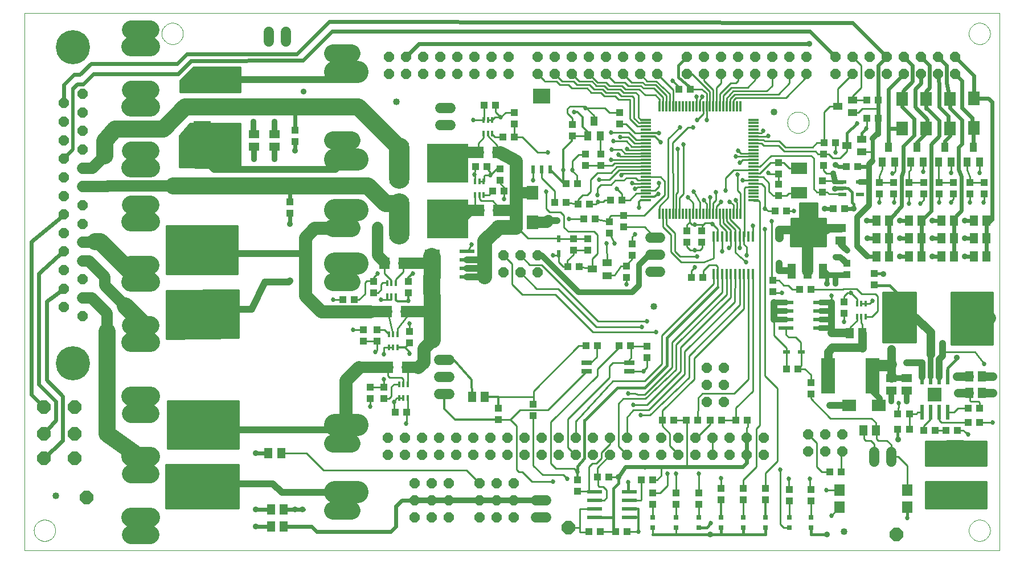
<source format=gtl>
G75*
G70*
%OFA0B0*%
%FSLAX24Y24*%
%IPPOS*%
%LPD*%
%AMOC8*
5,1,8,0,0,1.08239X$1,22.5*
%
%ADD10C,0.0000*%
%ADD11R,0.0551X0.0394*%
%ADD12R,0.0433X0.0394*%
%ADD13R,0.0394X0.0433*%
%ADD14R,0.1181X0.0630*%
%ADD15R,0.2441X0.2283*%
%ADD16R,0.0138X0.0354*%
%ADD17R,0.0709X0.0827*%
%ADD18R,0.0866X0.0236*%
%ADD19R,0.0236X0.0394*%
%ADD20R,0.0394X0.0236*%
%ADD21R,0.0598X0.0701*%
%ADD22R,0.0512X0.0591*%
%ADD23R,0.0394X0.0551*%
%ADD24R,0.0200X0.0500*%
%ADD25R,0.1000X0.0900*%
%ADD26R,0.0480X0.0880*%
%ADD27R,0.1417X0.0866*%
%ADD28R,0.0591X0.0512*%
%ADD29OC8,0.0591*%
%ADD30C,0.0591*%
%ADD31R,0.0118X0.0630*%
%ADD32R,0.0787X0.2087*%
%ADD33R,0.0118X0.0591*%
%ADD34R,0.0591X0.0118*%
%ADD35C,0.1299*%
%ADD36C,0.1142*%
%ADD37C,0.1063*%
%ADD38C,0.1102*%
%ADD39R,0.0315X0.0315*%
%ADD40OC8,0.0600*%
%ADD41C,0.2000*%
%ADD42R,0.0630X0.0710*%
%ADD43OC8,0.0610*%
%ADD44R,0.0945X0.0669*%
%ADD45OC8,0.0787*%
%ADD46C,0.0400*%
%ADD47R,0.0984X0.1575*%
%ADD48R,0.0236X0.0866*%
%ADD49R,0.0800X0.0800*%
%ADD50R,0.0827X0.0709*%
%ADD51R,0.1516X0.2165*%
%ADD52R,0.0472X0.0217*%
%ADD53R,0.0591X0.0315*%
%ADD54C,0.0270*%
%ADD55C,0.0100*%
%ADD56C,0.0356*%
%ADD57C,0.0160*%
%ADD58C,0.0360*%
%ADD59C,0.0120*%
%ADD60C,0.0400*%
%ADD61C,0.0200*%
%ADD62C,0.0240*%
%ADD63C,0.0660*%
%ADD64C,0.0320*%
%ADD65C,0.0500*%
%ADD66C,0.0760*%
%ADD67C,0.1000*%
%ADD68C,0.1200*%
%ADD69C,0.0860*%
D10*
X000180Y000300D02*
X000180Y031800D01*
X057261Y031800D01*
X057261Y000300D01*
X000180Y000300D01*
X000735Y001480D02*
X000737Y001530D01*
X000743Y001579D01*
X000753Y001628D01*
X000766Y001675D01*
X000784Y001722D01*
X000805Y001767D01*
X000829Y001810D01*
X000857Y001851D01*
X000888Y001890D01*
X000922Y001926D01*
X000959Y001960D01*
X000999Y001990D01*
X001040Y002017D01*
X001084Y002041D01*
X001129Y002061D01*
X001176Y002077D01*
X001224Y002090D01*
X001273Y002099D01*
X001323Y002104D01*
X001372Y002105D01*
X001422Y002102D01*
X001471Y002095D01*
X001520Y002084D01*
X001567Y002070D01*
X001613Y002051D01*
X001658Y002029D01*
X001701Y002004D01*
X001741Y001975D01*
X001779Y001943D01*
X001815Y001909D01*
X001848Y001871D01*
X001877Y001831D01*
X001903Y001789D01*
X001926Y001745D01*
X001945Y001699D01*
X001961Y001652D01*
X001973Y001603D01*
X001981Y001554D01*
X001985Y001505D01*
X001985Y001455D01*
X001981Y001406D01*
X001973Y001357D01*
X001961Y001308D01*
X001945Y001261D01*
X001926Y001215D01*
X001903Y001171D01*
X001877Y001129D01*
X001848Y001089D01*
X001815Y001051D01*
X001779Y001017D01*
X001741Y000985D01*
X001701Y000956D01*
X001658Y000931D01*
X001613Y000909D01*
X001567Y000890D01*
X001520Y000876D01*
X001471Y000865D01*
X001422Y000858D01*
X001372Y000855D01*
X001323Y000856D01*
X001273Y000861D01*
X001224Y000870D01*
X001176Y000883D01*
X001129Y000899D01*
X001084Y000919D01*
X001040Y000943D01*
X000999Y000970D01*
X000959Y001000D01*
X000922Y001034D01*
X000888Y001070D01*
X000857Y001109D01*
X000829Y001150D01*
X000805Y001193D01*
X000784Y001238D01*
X000766Y001285D01*
X000753Y001332D01*
X000743Y001381D01*
X000737Y001430D01*
X000735Y001480D01*
X044836Y025400D02*
X044838Y025450D01*
X044844Y025499D01*
X044854Y025548D01*
X044867Y025595D01*
X044885Y025642D01*
X044906Y025687D01*
X044930Y025730D01*
X044958Y025771D01*
X044989Y025810D01*
X045023Y025846D01*
X045060Y025880D01*
X045100Y025910D01*
X045141Y025937D01*
X045185Y025961D01*
X045230Y025981D01*
X045277Y025997D01*
X045325Y026010D01*
X045374Y026019D01*
X045424Y026024D01*
X045473Y026025D01*
X045523Y026022D01*
X045572Y026015D01*
X045621Y026004D01*
X045668Y025990D01*
X045714Y025971D01*
X045759Y025949D01*
X045802Y025924D01*
X045842Y025895D01*
X045880Y025863D01*
X045916Y025829D01*
X045949Y025791D01*
X045978Y025751D01*
X046004Y025709D01*
X046027Y025665D01*
X046046Y025619D01*
X046062Y025572D01*
X046074Y025523D01*
X046082Y025474D01*
X046086Y025425D01*
X046086Y025375D01*
X046082Y025326D01*
X046074Y025277D01*
X046062Y025228D01*
X046046Y025181D01*
X046027Y025135D01*
X046004Y025091D01*
X045978Y025049D01*
X045949Y025009D01*
X045916Y024971D01*
X045880Y024937D01*
X045842Y024905D01*
X045802Y024876D01*
X045759Y024851D01*
X045714Y024829D01*
X045668Y024810D01*
X045621Y024796D01*
X045572Y024785D01*
X045523Y024778D01*
X045473Y024775D01*
X045424Y024776D01*
X045374Y024781D01*
X045325Y024790D01*
X045277Y024803D01*
X045230Y024819D01*
X045185Y024839D01*
X045141Y024863D01*
X045100Y024890D01*
X045060Y024920D01*
X045023Y024954D01*
X044989Y024990D01*
X044958Y025029D01*
X044930Y025070D01*
X044906Y025113D01*
X044885Y025158D01*
X044867Y025205D01*
X044854Y025252D01*
X044844Y025301D01*
X044838Y025350D01*
X044836Y025400D01*
X055456Y030610D02*
X055458Y030660D01*
X055464Y030709D01*
X055474Y030758D01*
X055487Y030805D01*
X055505Y030852D01*
X055526Y030897D01*
X055550Y030940D01*
X055578Y030981D01*
X055609Y031020D01*
X055643Y031056D01*
X055680Y031090D01*
X055720Y031120D01*
X055761Y031147D01*
X055805Y031171D01*
X055850Y031191D01*
X055897Y031207D01*
X055945Y031220D01*
X055994Y031229D01*
X056044Y031234D01*
X056093Y031235D01*
X056143Y031232D01*
X056192Y031225D01*
X056241Y031214D01*
X056288Y031200D01*
X056334Y031181D01*
X056379Y031159D01*
X056422Y031134D01*
X056462Y031105D01*
X056500Y031073D01*
X056536Y031039D01*
X056569Y031001D01*
X056598Y030961D01*
X056624Y030919D01*
X056647Y030875D01*
X056666Y030829D01*
X056682Y030782D01*
X056694Y030733D01*
X056702Y030684D01*
X056706Y030635D01*
X056706Y030585D01*
X056702Y030536D01*
X056694Y030487D01*
X056682Y030438D01*
X056666Y030391D01*
X056647Y030345D01*
X056624Y030301D01*
X056598Y030259D01*
X056569Y030219D01*
X056536Y030181D01*
X056500Y030147D01*
X056462Y030115D01*
X056422Y030086D01*
X056379Y030061D01*
X056334Y030039D01*
X056288Y030020D01*
X056241Y030006D01*
X056192Y029995D01*
X056143Y029988D01*
X056093Y029985D01*
X056044Y029986D01*
X055994Y029991D01*
X055945Y030000D01*
X055897Y030013D01*
X055850Y030029D01*
X055805Y030049D01*
X055761Y030073D01*
X055720Y030100D01*
X055680Y030130D01*
X055643Y030164D01*
X055609Y030200D01*
X055578Y030239D01*
X055550Y030280D01*
X055526Y030323D01*
X055505Y030368D01*
X055487Y030415D01*
X055474Y030462D01*
X055464Y030511D01*
X055458Y030560D01*
X055456Y030610D01*
X008216Y030610D02*
X008218Y030660D01*
X008224Y030709D01*
X008234Y030758D01*
X008247Y030805D01*
X008265Y030852D01*
X008286Y030897D01*
X008310Y030940D01*
X008338Y030981D01*
X008369Y031020D01*
X008403Y031056D01*
X008440Y031090D01*
X008480Y031120D01*
X008521Y031147D01*
X008565Y031171D01*
X008610Y031191D01*
X008657Y031207D01*
X008705Y031220D01*
X008754Y031229D01*
X008804Y031234D01*
X008853Y031235D01*
X008903Y031232D01*
X008952Y031225D01*
X009001Y031214D01*
X009048Y031200D01*
X009094Y031181D01*
X009139Y031159D01*
X009182Y031134D01*
X009222Y031105D01*
X009260Y031073D01*
X009296Y031039D01*
X009329Y031001D01*
X009358Y030961D01*
X009384Y030919D01*
X009407Y030875D01*
X009426Y030829D01*
X009442Y030782D01*
X009454Y030733D01*
X009462Y030684D01*
X009466Y030635D01*
X009466Y030585D01*
X009462Y030536D01*
X009454Y030487D01*
X009442Y030438D01*
X009426Y030391D01*
X009407Y030345D01*
X009384Y030301D01*
X009358Y030259D01*
X009329Y030219D01*
X009296Y030181D01*
X009260Y030147D01*
X009222Y030115D01*
X009182Y030086D01*
X009139Y030061D01*
X009094Y030039D01*
X009048Y030020D01*
X009001Y030006D01*
X008952Y029995D01*
X008903Y029988D01*
X008853Y029985D01*
X008804Y029986D01*
X008754Y029991D01*
X008705Y030000D01*
X008657Y030013D01*
X008610Y030029D01*
X008565Y030049D01*
X008521Y030073D01*
X008480Y030100D01*
X008440Y030130D01*
X008403Y030164D01*
X008369Y030200D01*
X008338Y030239D01*
X008310Y030280D01*
X008286Y030323D01*
X008265Y030368D01*
X008247Y030415D01*
X008234Y030462D01*
X008224Y030511D01*
X008218Y030560D01*
X008216Y030610D01*
X055456Y001480D02*
X055458Y001530D01*
X055464Y001579D01*
X055474Y001628D01*
X055487Y001675D01*
X055505Y001722D01*
X055526Y001767D01*
X055550Y001810D01*
X055578Y001851D01*
X055609Y001890D01*
X055643Y001926D01*
X055680Y001960D01*
X055720Y001990D01*
X055761Y002017D01*
X055805Y002041D01*
X055850Y002061D01*
X055897Y002077D01*
X055945Y002090D01*
X055994Y002099D01*
X056044Y002104D01*
X056093Y002105D01*
X056143Y002102D01*
X056192Y002095D01*
X056241Y002084D01*
X056288Y002070D01*
X056334Y002051D01*
X056379Y002029D01*
X056422Y002004D01*
X056462Y001975D01*
X056500Y001943D01*
X056536Y001909D01*
X056569Y001871D01*
X056598Y001831D01*
X056624Y001789D01*
X056647Y001745D01*
X056666Y001699D01*
X056682Y001652D01*
X056694Y001603D01*
X056702Y001554D01*
X056706Y001505D01*
X056706Y001455D01*
X056702Y001406D01*
X056694Y001357D01*
X056682Y001308D01*
X056666Y001261D01*
X056647Y001215D01*
X056624Y001171D01*
X056598Y001129D01*
X056569Y001089D01*
X056536Y001051D01*
X056500Y001017D01*
X056462Y000985D01*
X056422Y000956D01*
X056379Y000931D01*
X056334Y000909D01*
X056288Y000890D01*
X056241Y000876D01*
X056192Y000865D01*
X056143Y000858D01*
X056093Y000855D01*
X056044Y000856D01*
X055994Y000861D01*
X055945Y000870D01*
X055897Y000883D01*
X055850Y000899D01*
X055805Y000919D01*
X055761Y000943D01*
X055720Y000970D01*
X055680Y001000D01*
X055643Y001034D01*
X055609Y001070D01*
X055578Y001109D01*
X055550Y001150D01*
X055526Y001193D01*
X055505Y001238D01*
X055487Y001285D01*
X055474Y001332D01*
X055464Y001381D01*
X055458Y001430D01*
X055456Y001480D01*
D11*
X034295Y016426D03*
X033428Y016800D03*
X034295Y017174D03*
X048328Y024050D03*
X049195Y024424D03*
X049195Y023676D03*
X048645Y025976D03*
X047778Y026350D03*
X048645Y026724D03*
D12*
X046961Y023535D03*
X046961Y022865D03*
X046880Y021985D03*
X046880Y021315D03*
X044311Y021115D03*
X044311Y021785D03*
X044311Y022365D03*
X044311Y023035D03*
X050211Y021885D03*
X051061Y021885D03*
X051061Y021215D03*
X050211Y021215D03*
X051961Y021215D03*
X052811Y021215D03*
X052811Y021885D03*
X051961Y021885D03*
X053711Y021885D03*
X054561Y021885D03*
X054561Y021215D03*
X053711Y021215D03*
X055511Y021215D03*
X055511Y021885D03*
X056361Y021885D03*
X056361Y021215D03*
X048311Y017135D03*
X048311Y016465D03*
X049911Y016535D03*
X049911Y015865D03*
X048161Y014885D03*
X048161Y014215D03*
X043980Y015465D03*
X043980Y016135D03*
X039836Y018365D03*
X039836Y019035D03*
X038961Y019035D03*
X038961Y018365D03*
X035761Y018285D03*
X035761Y017615D03*
X035411Y016985D03*
X035411Y016315D03*
X033161Y017915D03*
X032311Y017915D03*
X032311Y018585D03*
X033161Y018585D03*
X034411Y018915D03*
X034411Y019585D03*
X035261Y019265D03*
X035261Y019935D03*
X033911Y022865D03*
X033911Y023535D03*
X033011Y023535D03*
X033011Y022865D03*
X032261Y024615D03*
X032261Y025285D03*
X035011Y025315D03*
X035011Y025985D03*
X028855Y025985D03*
X028855Y025315D03*
X028030Y022685D03*
X028030Y022015D03*
X022661Y016085D03*
X022661Y015415D03*
X020611Y015415D03*
X020611Y016085D03*
X020811Y013235D03*
X020811Y012565D03*
X020011Y012565D03*
X020011Y013235D03*
X022711Y013135D03*
X022711Y012465D03*
X021211Y009885D03*
X020411Y009885D03*
X020411Y009215D03*
X021211Y009215D03*
X027911Y008635D03*
X027911Y007965D03*
X029961Y008215D03*
X029961Y008885D03*
X036630Y011615D03*
X036630Y012285D03*
X046211Y010135D03*
X046211Y009465D03*
X046211Y003885D03*
X046211Y003215D03*
X044961Y003215D03*
X044961Y003885D03*
X043561Y003935D03*
X043561Y003265D03*
X042261Y003265D03*
X042261Y003935D03*
X040961Y003935D03*
X040961Y003265D03*
X039661Y003015D03*
X039661Y003685D03*
X038311Y003685D03*
X038311Y003015D03*
X036961Y003015D03*
X036961Y003685D03*
X032561Y003765D03*
X032561Y004435D03*
X015711Y020065D03*
X015711Y020735D03*
X016011Y024265D03*
X016011Y024935D03*
D13*
X026577Y022800D03*
X027246Y022800D03*
X027595Y021375D03*
X028265Y021375D03*
X031227Y020700D03*
X031896Y020700D03*
X032577Y020600D03*
X033246Y020600D03*
X032927Y019750D03*
X033596Y019750D03*
X034477Y020850D03*
X035146Y020850D03*
X032546Y021800D03*
X031877Y021800D03*
X028865Y024550D03*
X028195Y024550D03*
X027746Y026400D03*
X027077Y026400D03*
X038477Y027350D03*
X039146Y027350D03*
X046977Y024200D03*
X047646Y024200D03*
X048277Y022800D03*
X048946Y022800D03*
X048183Y020350D03*
X047514Y020350D03*
X044796Y020200D03*
X044127Y020200D03*
X039896Y016300D03*
X039227Y016300D03*
X045545Y015600D03*
X046215Y015600D03*
X045446Y010950D03*
X044777Y010950D03*
X042496Y007950D03*
X041827Y007950D03*
X040996Y007950D03*
X040327Y007950D03*
X039596Y007950D03*
X038927Y007950D03*
X038196Y007950D03*
X037527Y007950D03*
X034396Y004600D03*
X033727Y004600D03*
X036277Y004450D03*
X036946Y004450D03*
X035446Y001400D03*
X034777Y001400D03*
X033896Y001400D03*
X033227Y001400D03*
X022546Y008400D03*
X021877Y008400D03*
X033045Y012300D03*
X033715Y012300D03*
X034995Y012300D03*
X035665Y012300D03*
X032646Y016950D03*
X031977Y016950D03*
X019496Y015000D03*
X018827Y015000D03*
X047327Y004900D03*
X047996Y004900D03*
X051302Y007425D03*
X051971Y007425D03*
X052827Y007350D03*
X053496Y007350D03*
X054127Y007350D03*
X054796Y007350D03*
X055427Y007800D03*
X056096Y007800D03*
X056096Y008650D03*
X055427Y008650D03*
X051971Y008325D03*
X051302Y008325D03*
X050146Y025650D03*
X049477Y025650D03*
X049477Y026700D03*
X050146Y026700D03*
D14*
X022121Y023898D03*
X022121Y022102D03*
X022121Y020648D03*
X022121Y018852D03*
D15*
X024948Y019750D03*
X024948Y023000D03*
D16*
X026556Y021944D03*
X026811Y021944D03*
X027067Y021944D03*
X027067Y021156D03*
X026811Y021156D03*
X026556Y021156D03*
X027056Y024756D03*
X027311Y024756D03*
X027567Y024756D03*
X027567Y025544D03*
X027311Y025544D03*
X027056Y025544D03*
X021917Y015994D03*
X021661Y015994D03*
X021406Y015994D03*
X021406Y015206D03*
X021661Y015206D03*
X021917Y015206D03*
X022017Y012994D03*
X021761Y012994D03*
X021506Y012994D03*
X021506Y012206D03*
X021761Y012206D03*
X022017Y012206D03*
X022106Y010044D03*
X022361Y010044D03*
X022617Y010044D03*
X022617Y009256D03*
X022361Y009256D03*
X022106Y009256D03*
X048906Y014006D03*
X049161Y014006D03*
X049417Y014006D03*
X049417Y014794D03*
X049161Y014794D03*
X048906Y014794D03*
D17*
X051561Y025034D03*
X052961Y025034D03*
X054361Y025034D03*
X055761Y025084D03*
X055761Y026816D03*
X054361Y026766D03*
X052961Y026766D03*
X051561Y026766D03*
X029911Y021266D03*
X029911Y019534D03*
D18*
X026085Y017850D03*
X026085Y017350D03*
X026085Y016850D03*
X026085Y016350D03*
X024038Y016350D03*
X024038Y016850D03*
X024038Y017350D03*
X024038Y017850D03*
X044738Y014850D03*
X044738Y014350D03*
X044738Y013850D03*
X044738Y013350D03*
X046785Y013350D03*
X046785Y013850D03*
X046785Y014350D03*
X046785Y014850D03*
X035585Y003750D03*
X035585Y003250D03*
X035585Y002750D03*
X035585Y002250D03*
X033538Y002250D03*
X033538Y002750D03*
X033538Y003250D03*
X033538Y003750D03*
D19*
X031461Y017717D03*
X031461Y018583D03*
D20*
X044778Y011950D03*
X045645Y011950D03*
D21*
X047881Y003850D03*
X047881Y002850D03*
X051841Y002850D03*
X051841Y003850D03*
D22*
X050036Y007350D03*
X049287Y007350D03*
X055487Y009550D03*
X056236Y009550D03*
X056236Y010500D03*
X055487Y010500D03*
X049236Y013050D03*
X048487Y013050D03*
X050037Y017550D03*
X050786Y017550D03*
X051937Y017550D03*
X052686Y017550D03*
X053837Y017550D03*
X054586Y017550D03*
X055737Y017550D03*
X056486Y017550D03*
X056486Y018600D03*
X055737Y018600D03*
X054586Y018600D03*
X053837Y018600D03*
X052686Y018600D03*
X051937Y018600D03*
X050786Y018600D03*
X050037Y018600D03*
X050037Y019650D03*
X050786Y019650D03*
X051937Y019650D03*
X052686Y019650D03*
X053837Y019650D03*
X054586Y019650D03*
X055737Y019650D03*
X056486Y019650D03*
X027136Y009300D03*
X026387Y009300D03*
X015204Y006000D03*
X014456Y006000D03*
X014606Y002700D03*
X015354Y002700D03*
X015354Y001700D03*
X014606Y001700D03*
D23*
X050387Y023067D03*
X051136Y023067D03*
X052037Y023067D03*
X052786Y023067D03*
X053687Y023067D03*
X054436Y023067D03*
X055337Y023067D03*
X056086Y023067D03*
X055711Y023933D03*
X054061Y023933D03*
X052411Y023933D03*
X050761Y023933D03*
X033886Y024617D03*
X033137Y024617D03*
X033511Y025483D03*
D24*
X030961Y022650D03*
X030461Y022650D03*
X029961Y022650D03*
D25*
X030461Y026950D03*
D26*
X045102Y016680D03*
X046011Y016680D03*
X046921Y016680D03*
D27*
X046011Y019120D03*
D28*
X047961Y019224D03*
X047961Y018476D03*
X050911Y010424D03*
X050911Y009676D03*
X051811Y009676D03*
X051811Y010424D03*
X014830Y023976D03*
X013630Y023976D03*
X013630Y024724D03*
X014830Y024724D03*
D29*
X021511Y028250D03*
X022511Y028250D03*
X023511Y028250D03*
X024511Y028250D03*
X025511Y028250D03*
X026511Y028250D03*
X027511Y028250D03*
X028511Y028250D03*
X028511Y029250D03*
X027511Y029250D03*
X026511Y029250D03*
X025511Y029250D03*
X024511Y029250D03*
X023511Y029250D03*
X022511Y029250D03*
X021511Y029250D03*
X030211Y029250D03*
X031211Y029250D03*
X032211Y029250D03*
X033211Y029250D03*
X034211Y029250D03*
X035211Y029250D03*
X036211Y029250D03*
X037211Y029250D03*
X037211Y028250D03*
X036211Y028250D03*
X035211Y028250D03*
X034211Y028250D03*
X033211Y028250D03*
X032211Y028250D03*
X031211Y028250D03*
X030211Y028250D03*
X038961Y028250D03*
X039961Y028250D03*
X040961Y028250D03*
X041961Y028250D03*
X042961Y028250D03*
X043961Y028250D03*
X044961Y028250D03*
X045961Y028250D03*
X047661Y028250D03*
X048661Y028250D03*
X049661Y028250D03*
X050661Y028250D03*
X051661Y028250D03*
X052661Y028250D03*
X053661Y028250D03*
X054661Y028250D03*
X054661Y029250D03*
X053661Y029250D03*
X052661Y029250D03*
X051661Y029250D03*
X050661Y029250D03*
X049661Y029250D03*
X048661Y029250D03*
X047661Y029250D03*
X045961Y029250D03*
X044961Y029250D03*
X043961Y029250D03*
X042961Y029250D03*
X041961Y029250D03*
X040961Y029250D03*
X039961Y029250D03*
X038961Y029250D03*
X030211Y017600D03*
X029211Y017600D03*
X028211Y017600D03*
X028211Y016600D03*
X029211Y016600D03*
X030211Y016600D03*
X040111Y011000D03*
X041111Y011000D03*
X041111Y010000D03*
X040111Y010000D03*
X040111Y009000D03*
X041111Y009000D03*
X041461Y006900D03*
X042461Y006900D03*
X043461Y006900D03*
X043461Y005900D03*
X042461Y005900D03*
X041461Y005900D03*
X040461Y005900D03*
X039461Y005900D03*
X038461Y005900D03*
X037461Y005900D03*
X036461Y005900D03*
X035461Y005900D03*
X034461Y005900D03*
X033461Y005900D03*
X032461Y005900D03*
X031461Y005900D03*
X030461Y005900D03*
X029461Y005900D03*
X028461Y005900D03*
X027461Y005900D03*
X026461Y005900D03*
X025461Y005900D03*
X024461Y005900D03*
X023461Y005900D03*
X022461Y005900D03*
X021461Y005900D03*
X021461Y006900D03*
X022461Y006900D03*
X023461Y006900D03*
X024461Y006900D03*
X025461Y006900D03*
X026461Y006900D03*
X027461Y006900D03*
X028461Y006900D03*
X029461Y006900D03*
X030461Y006900D03*
X031461Y006900D03*
X032461Y006900D03*
X033461Y006900D03*
X034461Y006900D03*
X035461Y006900D03*
X036461Y006900D03*
X037461Y006900D03*
X038461Y006900D03*
X039461Y006900D03*
X040461Y006900D03*
X028811Y004250D03*
X027811Y004250D03*
X026811Y004250D03*
X026811Y003250D03*
X027811Y003250D03*
X028811Y003250D03*
X028811Y002250D03*
X027811Y002250D03*
X026811Y002250D03*
X025011Y002250D03*
X024011Y002250D03*
X023011Y002250D03*
X023011Y003250D03*
X024011Y003250D03*
X025011Y003250D03*
X025011Y004250D03*
X024011Y004250D03*
X023011Y004250D03*
D30*
X030116Y003250D02*
X030707Y003250D01*
X030707Y002250D02*
X030116Y002250D01*
X025057Y009480D02*
X024466Y009480D01*
X024466Y010480D02*
X025057Y010480D01*
X025057Y011480D02*
X024466Y011480D01*
X036806Y016660D02*
X037397Y016660D01*
X037397Y017660D02*
X036806Y017660D01*
X036806Y018660D02*
X037397Y018660D01*
X025107Y025250D02*
X024516Y025250D01*
X024516Y026250D02*
X025107Y026250D01*
X015480Y030136D02*
X015480Y030727D01*
X014480Y030727D02*
X014480Y030136D01*
X049911Y006095D02*
X049911Y005505D01*
X050911Y005505D02*
X050911Y006095D01*
D31*
X042813Y016498D03*
X042557Y016498D03*
X042301Y016498D03*
X042045Y016498D03*
X041789Y016498D03*
X041534Y016498D03*
X041278Y016498D03*
X041022Y016498D03*
X040766Y016498D03*
X040510Y016498D03*
X040510Y018702D03*
X040766Y018702D03*
X041022Y018702D03*
X041278Y018702D03*
X041534Y018702D03*
X041789Y018702D03*
X042045Y018702D03*
X042301Y018702D03*
X042557Y018702D03*
X042813Y018702D03*
D32*
X047212Y010550D03*
X049811Y010550D03*
D33*
X042074Y020050D03*
X041877Y020050D03*
X041680Y020050D03*
X041483Y020050D03*
X041286Y020050D03*
X041089Y020050D03*
X040893Y020050D03*
X040696Y020050D03*
X040499Y020050D03*
X040302Y020050D03*
X040105Y020050D03*
X039908Y020050D03*
X039711Y020050D03*
X039515Y020050D03*
X039318Y020050D03*
X039121Y020050D03*
X038924Y020050D03*
X038727Y020050D03*
X038530Y020050D03*
X038334Y020050D03*
X038137Y020050D03*
X037940Y020050D03*
X037743Y020050D03*
X037546Y020050D03*
X037349Y020050D03*
X037349Y026350D03*
X037546Y026350D03*
X037743Y026350D03*
X037940Y026350D03*
X038137Y026350D03*
X038334Y026350D03*
X038530Y026350D03*
X038727Y026350D03*
X038924Y026350D03*
X039121Y026350D03*
X039318Y026350D03*
X039515Y026350D03*
X039711Y026350D03*
X039908Y026350D03*
X040105Y026350D03*
X040302Y026350D03*
X040499Y026350D03*
X040696Y026350D03*
X040893Y026350D03*
X041089Y026350D03*
X041286Y026350D03*
X041483Y026350D03*
X041680Y026350D03*
X041877Y026350D03*
X042074Y026350D03*
D34*
X042861Y025562D03*
X042861Y025365D03*
X042861Y025169D03*
X042861Y024972D03*
X042861Y024775D03*
X042861Y024578D03*
X042861Y024381D03*
X042861Y024184D03*
X042861Y023987D03*
X042861Y023791D03*
X042861Y023594D03*
X042861Y023397D03*
X042861Y023200D03*
X042861Y023003D03*
X042861Y022806D03*
X042861Y022609D03*
X042861Y022413D03*
X042861Y022216D03*
X042861Y022019D03*
X042861Y021822D03*
X042861Y021625D03*
X042861Y021428D03*
X042861Y021231D03*
X042861Y021035D03*
X042861Y020838D03*
X036562Y020838D03*
X036562Y021035D03*
X036562Y021231D03*
X036562Y021428D03*
X036562Y021625D03*
X036562Y021822D03*
X036562Y022019D03*
X036562Y022216D03*
X036562Y022413D03*
X036562Y022609D03*
X036562Y022806D03*
X036562Y023003D03*
X036562Y023200D03*
X036562Y023397D03*
X036562Y023594D03*
X036562Y023791D03*
X036562Y023987D03*
X036562Y024184D03*
X036562Y024381D03*
X036562Y024578D03*
X036562Y024775D03*
X036562Y024972D03*
X036562Y025169D03*
X036562Y025365D03*
X036562Y025562D03*
D35*
X019637Y023249D02*
X018338Y023249D01*
X018338Y020282D02*
X019637Y020282D01*
X019637Y017133D02*
X018338Y017133D01*
X018338Y007670D02*
X019637Y007670D01*
X019637Y003733D02*
X018338Y003733D01*
X018338Y028367D02*
X019637Y028367D01*
D36*
X007551Y029843D02*
X006409Y029843D01*
X006409Y026300D02*
X007551Y026300D01*
X007551Y022757D02*
X006409Y022757D01*
X006409Y019593D02*
X007551Y019593D01*
X007551Y016050D02*
X006409Y016050D01*
X006409Y012507D02*
X007551Y012507D01*
X007551Y009343D02*
X006409Y009343D01*
X006409Y005800D02*
X007551Y005800D01*
X007551Y002257D02*
X006409Y002257D01*
D37*
X018260Y002650D02*
X019323Y002650D01*
X019323Y006587D02*
X018260Y006587D01*
X018260Y016050D02*
X019323Y016050D01*
X019323Y019200D02*
X018260Y019200D01*
X018260Y024331D02*
X019323Y024331D01*
X019323Y029450D02*
X018260Y029450D01*
D38*
X007531Y030843D02*
X006429Y030843D01*
X006429Y027300D02*
X007531Y027300D01*
X007531Y023757D02*
X006429Y023757D01*
X006429Y020593D02*
X007531Y020593D01*
X007531Y017050D02*
X006429Y017050D01*
X006429Y013507D02*
X007531Y013507D01*
X007531Y008343D02*
X006429Y008343D01*
X006429Y004800D02*
X007531Y004800D01*
X007531Y001257D02*
X006429Y001257D01*
D39*
X036961Y001655D03*
X036961Y002245D03*
X038311Y002245D03*
X038311Y001655D03*
X039661Y001655D03*
X039661Y002245D03*
X040961Y002245D03*
X040961Y001655D03*
X042261Y001655D03*
X042261Y002245D03*
X043561Y002245D03*
X043561Y001655D03*
X044961Y001655D03*
X044961Y002245D03*
X046211Y002245D03*
X046211Y001655D03*
D40*
X003590Y014030D03*
X002470Y014570D03*
X003590Y015120D03*
X002470Y015660D03*
X003590Y016200D03*
X002470Y016750D03*
X003590Y017290D03*
X002470Y017830D03*
X003590Y018380D03*
X002470Y018920D03*
X003590Y019460D03*
X002470Y020010D03*
X003590Y020550D03*
X002470Y021090D03*
X003590Y021640D03*
X002470Y022180D03*
X003590Y022720D03*
X002470Y023270D03*
X003590Y023810D03*
X002470Y024350D03*
X003590Y024900D03*
X002470Y025440D03*
X003590Y025980D03*
X002470Y026530D03*
X003590Y027070D03*
D41*
X003030Y029810D03*
X003030Y011290D03*
D42*
X021252Y017150D03*
X022371Y017150D03*
X022521Y014300D03*
X021402Y014300D03*
X021452Y011050D03*
X022571Y011050D03*
X026802Y020250D03*
X027921Y020250D03*
X027871Y023650D03*
X026752Y023650D03*
D43*
X046061Y007100D03*
X047061Y007100D03*
X048061Y007100D03*
X048061Y006100D03*
X047061Y006100D03*
X046061Y006100D03*
D44*
X045511Y021272D03*
X045511Y022728D03*
D45*
X032030Y001650D03*
X051211Y001250D03*
X003830Y003400D03*
X003130Y005700D03*
X001330Y005700D03*
X001330Y007150D03*
X003130Y007150D03*
X003130Y008700D03*
X001330Y008700D03*
D46*
X002030Y003500D03*
X037011Y014600D03*
X044061Y026000D03*
X021961Y026600D03*
X048161Y001400D03*
D47*
X054661Y003599D03*
X054661Y006001D03*
X010580Y007375D03*
X010580Y004225D03*
X010580Y014475D03*
X010580Y017625D03*
X010580Y024725D03*
X010580Y027875D03*
D48*
X052711Y010474D03*
X053211Y010474D03*
X053711Y010474D03*
X054211Y010474D03*
X054211Y008426D03*
X053711Y008426D03*
X053211Y008426D03*
X052711Y008426D03*
D49*
X053461Y009450D03*
D50*
X050178Y008800D03*
X048445Y008800D03*
D51*
X051403Y013950D03*
X055320Y013950D03*
D52*
X049073Y021176D03*
X049073Y021924D03*
X048050Y021924D03*
X048050Y021550D03*
X048050Y021176D03*
D53*
X035570Y011300D03*
X035570Y010800D03*
X033090Y010800D03*
X033090Y011300D03*
D54*
X035511Y009500D03*
X035811Y008850D03*
X036261Y008250D03*
X036411Y010800D03*
X037161Y013100D03*
X036311Y013400D03*
X036611Y013750D03*
X035411Y015900D03*
X039411Y016900D03*
X039561Y017550D03*
X039411Y017900D03*
X041011Y017850D03*
X041411Y018050D03*
X042061Y018050D03*
X042461Y017600D03*
X042411Y017200D03*
X044511Y015400D03*
X047411Y015250D03*
X048561Y015400D03*
X049811Y014950D03*
X048161Y013700D03*
X053261Y009650D03*
X053661Y009650D03*
X053661Y009250D03*
X053261Y009250D03*
X051361Y008950D03*
X055411Y007100D03*
X056861Y007800D03*
X056361Y011250D03*
X046161Y004500D03*
X047111Y003850D03*
X044911Y004500D03*
X044411Y005050D03*
X040961Y004550D03*
X039661Y004800D03*
X038311Y004800D03*
X037811Y004800D03*
X035511Y004300D03*
X032561Y004900D03*
X031961Y004500D03*
X031111Y004350D03*
X036111Y001400D03*
X040361Y001900D03*
X047411Y002350D03*
X051861Y002200D03*
X031111Y017600D03*
X034261Y018300D03*
X034711Y018300D03*
X035911Y018850D03*
X036161Y020400D03*
X037286Y021225D03*
X037311Y021850D03*
X035911Y021500D03*
X035761Y021850D03*
X035111Y022300D03*
X034861Y021500D03*
X033811Y022050D03*
X033711Y021150D03*
X033761Y020750D03*
X032061Y019750D03*
X030711Y021350D03*
X029961Y022000D03*
X031711Y022600D03*
X032261Y022600D03*
X030811Y023650D03*
X027461Y022300D03*
X026511Y022350D03*
X028261Y020900D03*
X026361Y018250D03*
X022911Y016550D03*
X020861Y016550D03*
X021061Y015000D03*
X022661Y014950D03*
X022711Y013600D03*
X020711Y011950D03*
X021211Y011800D03*
X022711Y011850D03*
X021211Y010350D03*
X021811Y009000D03*
X020411Y008750D03*
X022511Y007750D03*
X019411Y013250D03*
X018261Y015000D03*
X034511Y023200D03*
X034961Y023500D03*
X034561Y023800D03*
X034661Y024300D03*
X035061Y024550D03*
X034511Y024800D03*
X035461Y023850D03*
X037311Y024775D03*
X037411Y024250D03*
X038411Y023850D03*
X038761Y024100D03*
X038561Y025100D03*
X039311Y025100D03*
X039561Y025550D03*
X040111Y025550D03*
X039861Y026900D03*
X039511Y026900D03*
X038111Y027850D03*
X033011Y026250D03*
X032361Y026000D03*
X028061Y025700D03*
X026461Y025550D03*
X039011Y021000D03*
X039361Y021350D03*
X039961Y020850D03*
X040311Y021000D03*
X040661Y021300D03*
X041211Y021400D03*
X041811Y020850D03*
X041461Y020750D03*
X040961Y020750D03*
X040461Y019450D03*
X039411Y019425D03*
X042811Y019350D03*
X043511Y019150D03*
X043911Y019600D03*
X043511Y020350D03*
X045211Y020200D03*
X042211Y022025D03*
X041911Y022350D03*
X042061Y023050D03*
X041811Y023400D03*
X041961Y023750D03*
X043411Y024900D03*
X043711Y024600D03*
X043711Y022450D03*
X047661Y023650D03*
X049461Y025050D03*
X048911Y025350D03*
X052786Y022500D03*
X054436Y022450D03*
X056086Y022450D03*
X056336Y020700D03*
X055511Y020700D03*
X054436Y020700D03*
X053711Y020700D03*
X052636Y020650D03*
X051961Y020650D03*
X051086Y020700D03*
X050211Y020700D03*
X050986Y022400D03*
D55*
X051011Y022400D01*
X051161Y022550D01*
X051161Y023041D01*
X051136Y023067D01*
X052037Y023067D02*
X052037Y022626D01*
X051961Y022550D01*
X051961Y021885D01*
X052811Y021885D01*
X052786Y022500D02*
X052786Y023066D01*
X052786Y023067D01*
X053687Y023067D02*
X053687Y021909D01*
X053711Y021885D01*
X054561Y021885D01*
X054436Y022450D02*
X054436Y023066D01*
X054436Y023067D01*
X055337Y023067D02*
X055337Y022624D01*
X055511Y022200D01*
X055511Y021885D01*
X056361Y021885D01*
X056086Y022450D02*
X056086Y023066D01*
X056086Y023067D01*
X056361Y021215D02*
X056361Y020750D01*
X056336Y020725D01*
X056336Y020700D01*
X055511Y020700D02*
X055511Y021215D01*
X054561Y021215D02*
X054561Y020900D01*
X054436Y020775D01*
X054436Y020700D01*
X053711Y020700D02*
X053711Y021215D01*
X052811Y021215D02*
X052811Y020850D01*
X052636Y020675D01*
X052636Y020650D01*
X051961Y020650D02*
X051961Y021215D01*
X051086Y021190D02*
X051086Y020700D01*
X050211Y020700D02*
X050211Y021215D01*
X051061Y021215D02*
X051086Y021190D01*
X051061Y021885D02*
X050211Y021885D01*
X050211Y022250D01*
X050387Y022676D01*
X050387Y023067D01*
X049787Y023676D02*
X049811Y023700D01*
X049787Y023676D02*
X049195Y023676D01*
X048328Y023717D02*
X047911Y023300D01*
X047480Y023300D01*
X047245Y023535D01*
X046961Y023535D01*
X046846Y023550D01*
X046630Y023550D01*
X046480Y023700D01*
X044661Y023700D01*
X044311Y024050D01*
X043461Y024050D01*
X043327Y024184D01*
X042861Y024184D01*
X042861Y024381D02*
X043430Y024381D01*
X043511Y024300D01*
X044361Y024300D01*
X044711Y023950D01*
X046311Y023950D01*
X046561Y024200D01*
X046977Y024200D01*
X046977Y026015D01*
X047311Y026350D01*
X047778Y026350D01*
X047778Y027367D01*
X048661Y028250D01*
X049161Y028750D02*
X049161Y027450D01*
X048661Y026950D01*
X048661Y026741D01*
X048645Y026724D01*
X049453Y026724D01*
X049477Y026700D01*
X049211Y026200D02*
X050096Y026200D01*
X050146Y026250D01*
X049477Y025650D02*
X049477Y025065D01*
X049461Y025050D01*
X048987Y025976D02*
X048645Y025976D01*
X048987Y025976D02*
X049211Y026200D01*
X048328Y024050D02*
X048328Y023717D01*
X047661Y023650D02*
X047646Y024200D01*
X046380Y023300D02*
X046230Y023450D01*
X043880Y023450D01*
X043236Y022806D01*
X042861Y022806D01*
X042861Y022609D02*
X041671Y022609D01*
X041211Y022150D01*
X041211Y021400D01*
X040661Y021300D02*
X040661Y020850D01*
X040499Y020687D01*
X040499Y020050D01*
X040696Y020050D02*
X040696Y020484D01*
X040961Y020750D01*
X041461Y020750D02*
X041680Y020569D01*
X041680Y020050D01*
X041877Y020050D02*
X041877Y020665D01*
X041811Y020850D01*
X042074Y021238D02*
X041911Y021400D01*
X041911Y022350D01*
X042211Y022025D02*
X042855Y022025D01*
X042861Y022019D01*
X042861Y022216D02*
X043096Y022216D01*
X043411Y022200D01*
X043761Y021850D01*
X043761Y021350D01*
X044011Y021100D01*
X044296Y021100D01*
X044311Y021115D01*
X044777Y021115D01*
X044911Y021250D01*
X045490Y021250D01*
X045511Y021272D01*
X046380Y021500D02*
X046555Y021325D01*
X046870Y021325D01*
X046880Y021315D01*
X047165Y021315D01*
X047280Y021200D01*
X048026Y021200D01*
X048050Y021176D01*
X047611Y021975D02*
X047602Y021985D01*
X046880Y021985D01*
X046380Y021500D02*
X046380Y023300D01*
X046961Y022865D02*
X046961Y022569D01*
X047105Y022425D01*
X047511Y022425D01*
X045511Y022728D02*
X045483Y022700D01*
X044961Y022700D01*
X044627Y023035D01*
X044311Y023035D01*
X044296Y023050D01*
X043861Y023050D01*
X043224Y022413D01*
X042861Y022413D01*
X042861Y021822D02*
X042883Y021800D01*
X043311Y021800D01*
X043511Y021600D01*
X043511Y020350D01*
X043711Y020200D01*
X044127Y020200D01*
X044796Y020200D02*
X045211Y020200D01*
X043911Y019600D02*
X043911Y016203D01*
X043980Y016135D01*
X044345Y016135D01*
X044630Y015850D01*
X044880Y015850D01*
X045130Y015600D01*
X045545Y015600D01*
X046215Y015600D02*
X048080Y015600D01*
X048130Y015650D01*
X048880Y015650D01*
X049180Y015350D01*
X049980Y015350D01*
X050130Y015200D01*
X050130Y014350D01*
X049786Y014006D01*
X049417Y014006D01*
X049161Y014006D02*
X049161Y013650D01*
X049236Y013576D01*
X049236Y013050D01*
X048511Y013074D02*
X048511Y013400D01*
X048906Y013794D01*
X048906Y014006D01*
X048161Y014215D02*
X048161Y013700D01*
X048461Y013076D02*
X048487Y013050D01*
X048511Y013074D01*
X045611Y012500D02*
X045611Y011983D01*
X045645Y011950D01*
X045645Y011148D01*
X045446Y010950D01*
X045861Y010950D01*
X046211Y010600D01*
X046211Y010135D01*
X046211Y009465D02*
X046211Y009200D01*
X047361Y008050D01*
X049761Y008050D01*
X050011Y007800D01*
X050011Y007374D01*
X050036Y007350D01*
X050061Y007324D01*
X050061Y006850D01*
X050161Y006750D01*
X050661Y006750D01*
X050911Y006500D01*
X050911Y005800D01*
X051311Y005800D01*
X051841Y005270D01*
X051841Y003850D01*
X049911Y005800D02*
X049911Y006550D01*
X049711Y006750D01*
X049411Y006750D01*
X049311Y006850D01*
X049311Y007326D01*
X049287Y007350D01*
X048061Y006100D02*
X047996Y006035D01*
X047996Y004900D01*
X047327Y004900D02*
X046861Y004900D01*
X046561Y005200D01*
X046561Y006600D01*
X046061Y007100D01*
X044261Y005550D02*
X044261Y009800D01*
X043511Y010550D01*
X043511Y019150D01*
X042813Y019348D02*
X042813Y018702D01*
X042311Y018713D02*
X042301Y018702D01*
X042301Y018260D01*
X042461Y018100D01*
X042461Y017600D01*
X042411Y017200D02*
X041789Y017778D01*
X041789Y018702D01*
X041789Y019122D01*
X041286Y019625D01*
X041286Y020050D01*
X041089Y020050D02*
X041089Y019522D01*
X041534Y019078D01*
X041534Y018702D01*
X041534Y018172D01*
X041411Y018050D01*
X041022Y017860D02*
X041011Y017850D01*
X041022Y017860D02*
X041022Y018702D01*
X041261Y018719D02*
X041261Y019050D01*
X040893Y019419D01*
X040893Y020050D01*
X041483Y020050D02*
X041483Y019728D01*
X042061Y019150D01*
X042061Y018719D01*
X042045Y018702D01*
X042045Y018066D01*
X042061Y018050D01*
X042311Y018713D02*
X042311Y021550D01*
X042387Y021625D01*
X042861Y021625D01*
X042074Y021238D02*
X042074Y020050D01*
X042811Y019350D02*
X042813Y019348D01*
X041278Y018702D02*
X041261Y018719D01*
X040766Y018702D02*
X040766Y019146D01*
X040461Y019450D01*
X040411Y019500D01*
X040011Y019500D01*
X039911Y019400D01*
X039886Y019425D01*
X039411Y019425D01*
X039255Y019425D01*
X039121Y019559D01*
X038961Y019400D01*
X038961Y019035D01*
X038261Y018900D02*
X038261Y017850D01*
X038561Y017550D01*
X039561Y017550D01*
X039411Y017900D02*
X039711Y017900D01*
X039861Y018050D01*
X039861Y018340D01*
X039836Y018365D01*
X040510Y018702D02*
X040510Y017852D01*
X040511Y017450D01*
X039961Y017200D01*
X038611Y017200D01*
X038011Y017800D01*
X038011Y018800D01*
X037546Y019265D01*
X037546Y020050D01*
X037349Y020050D02*
X037349Y020488D01*
X037861Y021000D01*
X037861Y024450D01*
X038561Y025100D01*
X039011Y025100D02*
X039311Y025100D01*
X039011Y025100D02*
X038136Y024225D01*
X038137Y020675D01*
X038137Y020050D01*
X038334Y020050D02*
X038334Y021228D01*
X038411Y021300D01*
X038411Y023850D01*
X038761Y024100D02*
X038761Y021200D01*
X038530Y020969D01*
X038530Y020050D01*
X039121Y020050D02*
X039121Y019559D01*
X039318Y020050D02*
X039318Y020694D01*
X039011Y021000D01*
X039361Y021350D02*
X039711Y020700D01*
X039711Y020050D01*
X040105Y020050D02*
X040105Y020606D01*
X039961Y020850D01*
X040302Y020991D02*
X040311Y021000D01*
X040302Y020991D02*
X040302Y020050D01*
X039911Y019400D02*
X039861Y019350D01*
X039836Y019035D01*
X038961Y018365D02*
X038961Y018100D01*
X039161Y017900D01*
X039411Y017900D01*
X040261Y017050D02*
X039911Y016700D01*
X039911Y016315D01*
X039896Y016300D01*
X040511Y016496D02*
X040510Y016498D01*
X040511Y016496D02*
X040511Y015950D01*
X037480Y012919D01*
X037480Y011250D01*
X036480Y010250D01*
X034630Y010250D01*
X032480Y007900D01*
X032461Y007900D01*
X032461Y006900D01*
X031980Y006350D02*
X031980Y008000D01*
X034430Y010450D01*
X034430Y011100D01*
X034630Y011300D01*
X035570Y011300D01*
X035570Y011490D01*
X035680Y011600D01*
X035680Y012285D01*
X036630Y012285D01*
X035680Y012285D02*
X035665Y012300D01*
X034995Y012300D02*
X034995Y012215D01*
X033730Y010950D01*
X033730Y010550D01*
X030980Y007850D01*
X030980Y005400D01*
X031280Y005100D01*
X032361Y005100D01*
X032561Y004900D01*
X033211Y005200D02*
X033211Y003826D01*
X033538Y003750D01*
X033273Y003765D01*
X032561Y003765D01*
X033538Y003250D02*
X034111Y003250D01*
X034261Y003400D01*
X034261Y003850D01*
X034061Y004050D01*
X033811Y004050D01*
X033761Y004100D01*
X033761Y004565D01*
X033727Y004600D01*
X033727Y005085D01*
X033711Y005100D01*
X033711Y005150D01*
X034461Y005900D01*
X033961Y006050D02*
X033961Y005700D01*
X033661Y005400D01*
X033411Y005400D01*
X033211Y005200D01*
X032461Y005900D02*
X032430Y005900D01*
X031980Y006350D01*
X030530Y004750D02*
X029961Y005269D01*
X029961Y008215D01*
X029199Y008550D02*
X030830Y008550D01*
X033080Y010800D01*
X033090Y010800D01*
X033090Y011300D02*
X033330Y011300D01*
X033680Y011650D01*
X033680Y012265D01*
X033715Y012300D01*
X033045Y012300D02*
X032630Y012300D01*
X029980Y009650D01*
X029980Y009300D01*
X029980Y008753D01*
X029961Y008885D01*
X029980Y009300D02*
X027911Y009300D01*
X029199Y008550D02*
X028615Y007965D01*
X028980Y007600D01*
X028980Y005050D01*
X029130Y004900D01*
X029330Y004900D01*
X029880Y004350D01*
X031111Y004350D01*
X030530Y004750D02*
X031730Y004750D01*
X031961Y004500D01*
X034396Y004600D02*
X034961Y004600D01*
X036277Y004450D02*
X036277Y003265D01*
X036261Y003250D01*
X035585Y003250D01*
X036961Y003015D02*
X036961Y002245D01*
X036961Y001655D02*
X036961Y001250D01*
X036111Y001400D02*
X035446Y001400D01*
X034777Y001400D02*
X033896Y001400D01*
X033227Y001400D02*
X033217Y001390D01*
X032686Y001390D01*
X032686Y001650D01*
X032030Y001650D01*
X032686Y001650D02*
X032686Y002750D01*
X033538Y002750D01*
X036961Y003685D02*
X037396Y003685D01*
X037811Y004100D01*
X037811Y004800D01*
X037461Y004700D02*
X037461Y005127D01*
X037515Y005180D01*
X038110Y005168D01*
X038960Y005175D01*
X038960Y007883D01*
X038927Y007950D01*
X038196Y007950D01*
X037530Y007965D02*
X037530Y008500D01*
X039380Y010350D01*
X039380Y011569D01*
X042301Y014490D01*
X042301Y016498D01*
X042061Y016481D02*
X042045Y016498D01*
X042061Y016481D02*
X042061Y014700D01*
X039080Y011719D01*
X039080Y010450D01*
X036780Y008250D01*
X036261Y008250D01*
X035830Y008550D02*
X036730Y008550D01*
X038830Y010650D01*
X038830Y011969D01*
X041739Y014878D01*
X041789Y016498D01*
X041534Y016498D02*
X041511Y015150D01*
X038580Y012219D01*
X038580Y010800D01*
X036630Y008850D01*
X035811Y008850D01*
X035830Y008550D02*
X035780Y008500D01*
X035461Y008100D01*
X035461Y006900D01*
X034961Y006400D02*
X034961Y008950D01*
X034980Y008950D01*
X035230Y009200D01*
X036530Y009200D01*
X038330Y010900D01*
X038330Y012369D01*
X041286Y015325D01*
X041286Y016489D01*
X041278Y016498D01*
X041022Y016498D02*
X041011Y016487D01*
X041011Y015450D01*
X038080Y012519D01*
X038080Y011050D01*
X036480Y009450D01*
X036080Y009450D01*
X035930Y009500D01*
X035511Y009500D01*
X035570Y010800D02*
X036411Y010800D01*
X036411Y010831D01*
X036630Y011050D01*
X036630Y011615D01*
X037161Y013100D02*
X033461Y013100D01*
X031261Y015300D01*
X029311Y015300D01*
X028711Y015900D01*
X028711Y017100D01*
X028211Y017600D01*
X029211Y017600D02*
X029761Y017050D01*
X030461Y017050D01*
X033761Y013750D01*
X036611Y013750D01*
X036311Y013400D02*
X033661Y013400D01*
X031411Y015650D01*
X030161Y015650D01*
X029211Y016600D01*
X031111Y017600D02*
X031361Y017600D01*
X031461Y017500D01*
X031461Y017717D01*
X031461Y017500D02*
X031461Y017200D01*
X031711Y016950D01*
X031977Y016950D01*
X031961Y016965D01*
X031961Y017300D01*
X032311Y017650D01*
X032311Y017915D01*
X033161Y017915D01*
X033411Y017400D02*
X033411Y016817D01*
X033428Y016800D01*
X032646Y016950D01*
X032646Y017135D01*
X033411Y017400D02*
X033711Y017700D01*
X033711Y018800D01*
X033511Y019000D01*
X032011Y019000D01*
X031761Y019250D01*
X031761Y019950D01*
X031561Y020150D01*
X030911Y020150D01*
X030711Y020350D01*
X030711Y021350D01*
X031211Y021375D02*
X031227Y020700D01*
X031896Y020700D02*
X032577Y020600D01*
X032577Y020865D01*
X032861Y021150D01*
X033111Y021150D01*
X033311Y021350D01*
X033311Y022050D01*
X033711Y022450D01*
X034511Y022450D01*
X034861Y022800D01*
X036556Y022800D01*
X036562Y022806D01*
X036559Y023000D02*
X036562Y023003D01*
X036559Y023000D02*
X034711Y023000D01*
X034577Y022865D01*
X033911Y022865D01*
X033011Y022865D01*
X032611Y023500D02*
X032261Y023150D01*
X032261Y022600D01*
X032261Y022550D01*
X032511Y022300D01*
X032511Y021835D01*
X032546Y021800D01*
X033711Y021550D02*
X033711Y021150D01*
X033711Y021550D02*
X033911Y021750D01*
X034511Y021750D01*
X034761Y022000D01*
X035261Y022000D01*
X035411Y022150D01*
X035961Y022150D01*
X036093Y022019D01*
X036562Y022019D01*
X036578Y022200D02*
X036562Y022216D01*
X036578Y022200D02*
X037411Y022200D01*
X037661Y021950D01*
X037661Y021150D01*
X036446Y019935D01*
X035261Y019935D01*
X035246Y019950D01*
X034511Y019950D01*
X034411Y019850D01*
X034411Y019585D01*
X033596Y019750D01*
X032927Y019750D02*
X032061Y019750D01*
X032311Y018585D02*
X031463Y018585D01*
X031461Y018583D01*
X031445Y018600D01*
X029661Y018600D01*
X029011Y019250D01*
X028961Y019200D02*
X028911Y019250D01*
X027930Y020259D02*
X027921Y020250D01*
X027930Y020259D02*
X027930Y020450D01*
X027580Y020800D01*
X026930Y020800D01*
X026830Y020900D01*
X026830Y021138D01*
X026811Y021156D01*
X026556Y021156D02*
X026556Y020274D01*
X026580Y020250D01*
X026802Y020250D02*
X026806Y020254D01*
X027067Y021156D02*
X027402Y021156D01*
X027595Y021375D01*
X028055Y021800D02*
X028265Y021590D01*
X028265Y021375D01*
X028265Y020903D01*
X028261Y020900D01*
X028055Y021800D02*
X028055Y021990D01*
X028030Y022015D01*
X027461Y022300D02*
X027461Y022477D01*
X027317Y022621D01*
X027246Y022800D01*
X027461Y022306D02*
X027830Y022675D01*
X028020Y022675D01*
X028030Y022685D01*
X027461Y022306D02*
X027461Y022300D01*
X027130Y022300D01*
X027080Y022250D01*
X027080Y021956D01*
X027067Y021944D01*
X026811Y021944D01*
X026556Y021944D02*
X026568Y022194D01*
X026511Y022350D01*
X026527Y022365D01*
X026577Y022800D01*
X026752Y023650D02*
X026752Y024190D01*
X027061Y024500D01*
X027061Y024750D01*
X027056Y024756D01*
X027311Y024756D02*
X027311Y024600D01*
X027861Y024050D01*
X027861Y023660D01*
X027871Y023650D01*
X027730Y024550D02*
X028195Y024550D01*
X027730Y024550D02*
X027567Y024713D01*
X027567Y024756D01*
X027567Y025544D02*
X027311Y025544D01*
X027077Y025544D02*
X027077Y026400D01*
X027746Y026400D02*
X027746Y026015D01*
X028061Y025700D01*
X028346Y025985D01*
X028855Y025985D01*
X028855Y025315D02*
X028865Y025306D01*
X028865Y024550D01*
X029330Y024550D01*
X030230Y023650D01*
X030811Y023650D01*
X030461Y022650D02*
X030461Y022150D01*
X031211Y021375D01*
X029961Y022000D02*
X029961Y022650D01*
X032611Y023500D02*
X032977Y023500D01*
X033011Y023535D01*
X033886Y023711D02*
X033911Y023535D01*
X033886Y023711D02*
X033886Y024617D01*
X033137Y024617D02*
X033136Y024615D01*
X032261Y024615D01*
X032261Y025285D02*
X032261Y025650D01*
X031961Y025950D01*
X031961Y026200D01*
X032111Y026350D01*
X032911Y026350D01*
X033011Y026250D01*
X034161Y026250D01*
X034427Y025985D01*
X035011Y025985D01*
X035011Y025315D02*
X035396Y025315D01*
X035936Y024775D01*
X036512Y024775D01*
X036562Y024775D01*
X036562Y025169D02*
X036043Y025169D01*
X035611Y025600D01*
X035611Y026750D01*
X034961Y026750D01*
X034761Y026950D01*
X034111Y026950D01*
X033911Y027150D01*
X033361Y027150D01*
X033111Y027400D01*
X032211Y027400D01*
X032011Y027600D01*
X031511Y027600D01*
X031311Y027800D01*
X030611Y027800D01*
X030611Y027850D01*
X030211Y028250D01*
X031211Y028250D02*
X031661Y027800D01*
X032311Y027800D01*
X032511Y027600D01*
X033261Y027600D01*
X033511Y027350D01*
X034011Y027350D01*
X034211Y027150D01*
X034911Y027150D01*
X035111Y026950D01*
X035761Y026950D01*
X035861Y026850D01*
X035861Y025650D01*
X036146Y025365D01*
X036562Y025365D01*
X036562Y025562D02*
X036249Y025562D01*
X036111Y025700D01*
X036111Y027000D01*
X035961Y027150D01*
X035261Y027150D01*
X035061Y027350D01*
X034311Y027350D01*
X034111Y027550D01*
X033661Y027550D01*
X033411Y027800D01*
X032661Y027800D01*
X032211Y028250D01*
X033211Y028250D02*
X033711Y027750D01*
X034211Y027750D01*
X034411Y027550D01*
X035161Y027550D01*
X035361Y027350D01*
X036161Y027350D01*
X036511Y027000D01*
X037111Y027000D01*
X037349Y026762D01*
X037349Y026350D01*
X037546Y026350D02*
X037546Y026865D01*
X037011Y027400D01*
X036411Y027400D01*
X036261Y027550D01*
X035511Y027550D01*
X035311Y027750D01*
X034711Y027750D01*
X034211Y028250D01*
X035211Y028250D02*
X035711Y027750D01*
X036361Y027750D01*
X036511Y027600D01*
X037111Y027600D01*
X037743Y026969D01*
X037743Y026350D01*
X037940Y026350D02*
X037940Y027072D01*
X037161Y027800D01*
X036611Y027800D01*
X036211Y028250D01*
X037211Y028250D02*
X038137Y027325D01*
X038137Y026350D01*
X039515Y026350D02*
X039515Y026897D01*
X039511Y026900D01*
X039711Y026700D02*
X039711Y026350D01*
X039908Y026350D02*
X039908Y025897D01*
X039561Y025550D01*
X040105Y025556D02*
X040111Y025550D01*
X040105Y025556D02*
X040111Y027100D01*
X040105Y026350D01*
X040302Y026350D02*
X040302Y027209D01*
X039261Y028250D01*
X038961Y028250D01*
X038477Y027485D02*
X038111Y027850D01*
X038477Y027485D02*
X038477Y027350D01*
X039146Y027350D02*
X039811Y027350D01*
X040105Y027106D01*
X039861Y026900D02*
X039711Y026700D01*
X040499Y026350D02*
X040499Y027313D01*
X039961Y027850D01*
X039961Y028250D01*
X040961Y028250D02*
X040961Y027700D01*
X040696Y027434D01*
X040696Y026350D01*
X040893Y026350D02*
X040893Y027081D01*
X041511Y027700D01*
X041811Y027700D01*
X041961Y027850D01*
X041961Y028250D01*
X042511Y027450D02*
X042961Y027900D01*
X042961Y028250D01*
X043961Y028250D02*
X043961Y027550D01*
X043611Y027250D01*
X041661Y027250D01*
X041286Y026825D01*
X041286Y026350D01*
X041089Y026350D02*
X041089Y026978D01*
X041561Y027450D01*
X042511Y027450D01*
X041761Y027050D02*
X041483Y026772D01*
X041483Y026350D01*
X041680Y026350D02*
X041680Y026719D01*
X041811Y026850D01*
X044761Y026850D01*
X045911Y028050D01*
X045911Y028200D01*
X045961Y028250D01*
X044961Y028250D02*
X044961Y027700D01*
X044311Y027050D01*
X041761Y027050D01*
X042861Y024775D02*
X043336Y024775D01*
X043411Y024900D01*
X043439Y024578D02*
X042861Y024578D01*
X043439Y024578D02*
X043711Y024600D01*
X042861Y023594D02*
X042118Y023594D01*
X041961Y023750D01*
X042065Y023397D02*
X041811Y023400D01*
X042065Y023397D02*
X042861Y023397D01*
X042861Y023200D02*
X042211Y023200D01*
X042061Y023050D01*
X043711Y022450D02*
X043796Y022365D01*
X044311Y022365D01*
X044311Y021785D01*
X042899Y020800D02*
X042861Y020838D01*
X042899Y020800D02*
X043161Y020800D01*
X043211Y020750D01*
X043211Y007650D01*
X043011Y007450D01*
X043011Y005200D01*
X042261Y004450D01*
X042261Y003935D01*
X042261Y003265D02*
X042261Y002245D01*
X044411Y001850D02*
X044411Y005050D01*
X044911Y004500D02*
X044911Y003885D01*
X044961Y003885D01*
X044961Y003215D02*
X044961Y002245D01*
X044961Y001655D02*
X044616Y001655D01*
X044611Y001650D01*
X044411Y001850D01*
X046211Y002245D02*
X046211Y003215D01*
X046211Y003885D02*
X046161Y003885D01*
X046161Y004500D01*
X047111Y003850D02*
X047881Y003850D01*
X047881Y002850D02*
X047411Y002350D01*
X043561Y003935D02*
X043561Y004850D01*
X044261Y005550D01*
X042111Y005200D02*
X038960Y005175D01*
X038311Y004800D02*
X038311Y003685D01*
X038311Y003015D02*
X038311Y002245D01*
X038311Y001655D02*
X038311Y001250D01*
X039661Y002245D02*
X039661Y003015D01*
X039661Y003685D02*
X039661Y004800D01*
X040961Y004550D02*
X040961Y003935D01*
X040461Y005900D02*
X040461Y006900D01*
X040311Y007700D02*
X039511Y006900D01*
X039461Y006900D01*
X038461Y005950D02*
X037961Y006450D01*
X037961Y007150D01*
X037511Y007600D01*
X037511Y007935D01*
X037527Y007950D01*
X037511Y007965D01*
X037530Y007965D01*
X039596Y007950D02*
X039596Y008485D01*
X039611Y008500D01*
X039611Y009250D01*
X039861Y009500D01*
X041711Y009500D01*
X042561Y010350D01*
X042561Y012446D01*
X042557Y012450D01*
X042557Y016498D01*
X042813Y016498D02*
X042813Y010700D01*
X042811Y010698D01*
X042811Y009650D01*
X041827Y008665D01*
X041827Y007950D01*
X040996Y007950D01*
X040327Y007950D02*
X040311Y007935D01*
X040311Y007700D01*
X042461Y007500D02*
X042461Y006900D01*
X042461Y007500D02*
X042511Y007550D01*
X042511Y007935D01*
X042496Y007950D01*
X038461Y005950D02*
X038461Y005900D01*
X037515Y005180D02*
X036511Y005200D01*
X037211Y004450D02*
X037461Y004700D01*
X037211Y004450D02*
X036946Y004450D01*
X035461Y005900D02*
X034961Y006400D01*
X034461Y006550D02*
X033961Y006050D01*
X034461Y006550D02*
X034461Y006900D01*
X028615Y007965D02*
X027911Y007965D01*
X026061Y005000D02*
X026811Y004250D01*
X026061Y005000D02*
X017680Y005000D01*
X016680Y006000D01*
X015204Y006000D01*
X020411Y008750D02*
X020411Y009215D01*
X021211Y009215D02*
X021527Y009215D01*
X021661Y009350D01*
X021661Y009900D01*
X021811Y010050D01*
X022099Y010050D01*
X022106Y010044D01*
X022361Y010044D02*
X022361Y010350D01*
X022261Y010450D01*
X021561Y010450D01*
X021461Y010550D01*
X021461Y011040D01*
X021452Y011050D01*
X021211Y010350D02*
X021211Y009885D01*
X020411Y009885D01*
X021761Y009000D02*
X021811Y009000D01*
X021811Y008465D01*
X021877Y008400D01*
X022546Y008400D02*
X022561Y008385D01*
X022561Y007850D01*
X022511Y007800D01*
X022511Y007750D01*
X022546Y008400D02*
X022617Y008479D01*
X022617Y009256D01*
X022361Y009256D02*
X022106Y009256D01*
X021943Y009231D01*
X021811Y009000D01*
X022617Y010044D02*
X022617Y010306D01*
X022611Y010650D01*
X022611Y011010D01*
X022571Y011050D01*
X021211Y011800D02*
X021211Y012200D01*
X021506Y012206D01*
X021761Y012206D01*
X020811Y012050D02*
X020811Y012565D01*
X020011Y012565D01*
X020011Y013235D02*
X019996Y013250D01*
X019411Y013250D01*
X020811Y013235D02*
X021265Y013235D01*
X021506Y012994D01*
X021761Y012994D02*
X021461Y014240D01*
X021402Y014300D01*
X021411Y015000D02*
X021061Y015000D01*
X021406Y015006D02*
X021406Y015206D01*
X021406Y015006D02*
X021411Y015000D01*
X021661Y015000D01*
X021661Y015206D01*
X021061Y015600D02*
X021061Y015900D01*
X021161Y016000D01*
X021399Y016000D01*
X021406Y015994D01*
X021661Y015994D02*
X021661Y016150D01*
X021261Y016550D01*
X021261Y017140D01*
X021252Y017150D01*
X020861Y016550D02*
X020611Y016300D01*
X020611Y016085D01*
X020596Y016100D01*
X020211Y016100D01*
X020111Y016000D01*
X020111Y015350D01*
X019761Y015000D01*
X019496Y015000D01*
X018827Y015000D02*
X018261Y015000D01*
X020611Y015415D02*
X020877Y015415D01*
X021061Y015600D01*
X021911Y016000D02*
X021911Y016200D01*
X022361Y016650D01*
X022361Y017140D01*
X022371Y017150D01*
X021911Y016000D02*
X021917Y015994D01*
X022521Y014300D02*
X022561Y014260D01*
X022561Y014000D01*
X022017Y013306D01*
X022017Y012994D01*
X022711Y013135D02*
X022711Y013600D01*
X022711Y012465D02*
X022452Y012206D01*
X020811Y012050D02*
X020711Y011950D01*
X026085Y017850D02*
X026111Y017850D01*
X026361Y018250D01*
X032311Y018585D02*
X033161Y018585D01*
X034261Y018300D02*
X034261Y018000D01*
X034295Y017467D01*
X034295Y017174D01*
X034319Y016450D02*
X034295Y016426D01*
X034319Y016450D02*
X034711Y016450D01*
X035096Y016985D01*
X035411Y016985D01*
X035411Y017050D01*
X035761Y017400D01*
X035761Y017615D01*
X035761Y018285D02*
X035761Y018700D01*
X035911Y018850D01*
X036496Y019265D02*
X035261Y019265D01*
X034411Y018915D02*
X034711Y018300D01*
X036496Y019265D02*
X037101Y018660D01*
X037743Y019419D02*
X038261Y018900D01*
X037743Y019419D02*
X037743Y020050D01*
X037090Y021428D02*
X036562Y021428D01*
X036562Y021231D02*
X035993Y021231D01*
X035611Y020850D01*
X035146Y020850D01*
X035146Y021215D01*
X034861Y021500D01*
X034411Y022050D02*
X033811Y022050D01*
X034411Y022050D02*
X034971Y022609D01*
X036562Y022609D01*
X036562Y022413D02*
X035174Y022413D01*
X035111Y022300D01*
X035761Y021850D02*
X035834Y021822D01*
X036562Y021822D01*
X036562Y021625D02*
X036087Y021625D01*
X035911Y021500D01*
X037090Y021428D02*
X037311Y021650D01*
X037311Y021850D01*
X036562Y023200D02*
X034511Y023200D01*
X034961Y023500D02*
X035065Y023397D01*
X036562Y023397D01*
X036562Y023594D02*
X035318Y023594D01*
X035111Y023800D01*
X034561Y023800D01*
X034661Y024300D02*
X035411Y024300D01*
X035724Y023987D01*
X036562Y023987D01*
X036562Y023791D02*
X035521Y023791D01*
X035461Y023850D01*
X035877Y024184D02*
X035511Y024550D01*
X035061Y024550D01*
X035561Y024800D02*
X034511Y024800D01*
X035561Y024800D02*
X035980Y024381D01*
X036562Y024381D01*
X036562Y024184D02*
X035877Y024184D01*
X033511Y025483D02*
X033511Y025800D01*
X033061Y026250D01*
X033011Y026250D01*
X028061Y025700D02*
X027724Y025700D01*
X027567Y025544D01*
X027077Y025544D02*
X027056Y025544D01*
X026461Y025544D01*
X026461Y025550D01*
X034061Y020750D02*
X034161Y020850D01*
X034477Y020850D01*
X034061Y020750D02*
X033761Y020750D01*
X033611Y020600D01*
X033246Y020600D01*
X039211Y016700D02*
X039211Y016315D01*
X039227Y016300D01*
X039211Y016700D02*
X039411Y016900D01*
X040261Y017050D02*
X040661Y017050D01*
X040766Y016946D01*
X040766Y016498D01*
X040766Y015754D01*
X043980Y015465D02*
X044045Y015400D01*
X044511Y015400D01*
X044061Y013850D02*
X044061Y012900D01*
X044778Y012183D01*
X044778Y011950D01*
X044777Y011948D01*
X044777Y010950D01*
X045611Y012500D02*
X045311Y012800D01*
X044911Y012800D01*
X044761Y012950D01*
X044761Y013326D01*
X044738Y013350D01*
X047411Y014850D02*
X047411Y015250D01*
X048161Y015200D02*
X048161Y014885D01*
X048161Y015200D02*
X048361Y015400D01*
X048561Y015400D01*
X048906Y015056D01*
X048906Y014794D01*
X049161Y014794D02*
X049417Y014794D01*
X049655Y014794D01*
X049811Y014950D01*
X053911Y011950D02*
X055811Y011950D01*
X056361Y011250D01*
X055487Y009550D02*
X055511Y009526D01*
X055511Y009100D01*
X055561Y009050D01*
X056011Y009050D01*
X056096Y008965D01*
X056096Y008650D01*
X055427Y008650D02*
X054811Y008650D01*
X054588Y008426D01*
X054211Y008426D01*
X053711Y008426D02*
X053711Y007950D01*
X053861Y007800D01*
X055427Y007800D01*
X056096Y007800D02*
X056861Y007800D01*
X055411Y007100D02*
X055111Y007350D01*
X054796Y007350D01*
X054127Y007350D02*
X053496Y007350D01*
X052836Y007360D02*
X052827Y007350D01*
X052836Y007360D02*
X052836Y007600D01*
X053211Y008025D01*
X053211Y008426D01*
X052711Y008426D02*
X052685Y008400D01*
X052461Y008400D01*
X052386Y008325D01*
X051971Y008325D01*
X051971Y007425D01*
X051302Y008325D02*
X051311Y008335D01*
X051311Y008650D01*
X051361Y008700D01*
X051361Y008950D01*
X053261Y009250D02*
X053461Y009450D01*
X035411Y015900D02*
X035411Y016315D01*
X048661Y029250D02*
X049161Y028750D01*
D56*
X046111Y030000D03*
X050136Y024700D03*
X047661Y022900D03*
X047511Y022425D03*
X047611Y021975D03*
X047611Y021525D03*
X047011Y020350D03*
X048711Y020350D03*
X049486Y019650D03*
X049511Y018600D03*
X048311Y017900D03*
X047661Y017500D03*
X049511Y017550D03*
X050461Y016500D03*
X051411Y017550D03*
X053311Y017550D03*
X053311Y018600D03*
X053311Y019650D03*
X051411Y019650D03*
X051411Y018600D03*
X055211Y018600D03*
X055211Y019650D03*
X055211Y017550D03*
X056661Y015000D03*
X056661Y014450D03*
X056661Y013950D03*
X056661Y013400D03*
X056661Y012850D03*
X054761Y011600D03*
X053911Y011950D03*
X053911Y012450D03*
X053711Y011500D03*
X052711Y011300D03*
X052261Y011300D03*
X051811Y011300D03*
X050911Y011200D03*
X050911Y011650D03*
X050911Y012100D03*
X049211Y012200D03*
X048711Y012200D03*
X048211Y012200D03*
X044061Y013850D03*
X044061Y014350D03*
X044061Y014850D03*
X044361Y016700D03*
X044361Y017150D03*
X044361Y018650D03*
X044361Y019125D03*
X047161Y015950D03*
X047661Y015950D03*
X054761Y010500D03*
X054811Y009550D03*
X056861Y009550D03*
X056861Y010500D03*
X051811Y009050D03*
X050911Y009050D03*
X047761Y008800D03*
X047311Y008800D03*
X051311Y006800D03*
X053161Y006000D03*
X053711Y006000D03*
X055611Y006000D03*
X056111Y006000D03*
X056161Y003600D03*
X055611Y003600D03*
X053761Y003600D03*
X053211Y003600D03*
X047161Y001250D03*
X040311Y001250D03*
X034961Y004600D03*
X016461Y002700D03*
X016011Y002700D03*
X013730Y002700D03*
X013730Y001700D03*
X013730Y006000D03*
X015711Y016100D03*
X020861Y018300D03*
X020861Y018800D03*
X020861Y019300D03*
X015711Y019450D03*
X014830Y023250D03*
X013630Y023250D03*
X016011Y023750D03*
X014830Y025450D03*
X013580Y025450D03*
X016530Y027200D03*
X027911Y019250D03*
X028411Y019250D03*
X028911Y019250D03*
X030861Y019650D03*
X031361Y019650D03*
D57*
X037780Y012769D02*
X040766Y015754D01*
X037780Y012769D02*
X037780Y011150D01*
X036480Y009850D01*
X034880Y009850D01*
X032980Y007950D01*
X032961Y007950D01*
X032961Y005700D01*
X032561Y005250D01*
X032561Y004900D01*
X034661Y003950D02*
X034661Y002250D01*
X033538Y002250D01*
X034661Y002250D02*
X034661Y001515D01*
X034777Y001400D01*
X036961Y001250D02*
X038311Y001250D01*
X040311Y001250D01*
X040961Y001250D01*
X040961Y001655D01*
X040361Y001900D02*
X040111Y001650D01*
X039666Y001650D01*
X039661Y001655D01*
X040961Y001250D02*
X042261Y001250D01*
X042261Y001655D01*
X042261Y001250D02*
X043561Y001250D01*
X043561Y001655D01*
X046211Y001655D02*
X046211Y001250D01*
X047161Y001250D01*
X051861Y002200D02*
X051861Y002830D01*
X051841Y002850D01*
X052961Y002836D02*
X056461Y002836D01*
X056461Y002800D02*
X052961Y002800D01*
X052961Y004300D01*
X056461Y004300D01*
X056461Y002800D01*
X056461Y002995D02*
X052961Y002995D01*
X052961Y003153D02*
X056461Y003153D01*
X056461Y003312D02*
X052961Y003312D01*
X052961Y003470D02*
X056461Y003470D01*
X056461Y003629D02*
X052961Y003629D01*
X052961Y003787D02*
X056461Y003787D01*
X056461Y003946D02*
X052961Y003946D01*
X052961Y004104D02*
X056461Y004104D01*
X056461Y004263D02*
X052961Y004263D01*
X052961Y005300D02*
X056461Y005300D01*
X056461Y006675D01*
X052961Y006675D01*
X052961Y005300D01*
X052961Y005372D02*
X056461Y005372D01*
X056461Y005531D02*
X052961Y005531D01*
X052961Y005689D02*
X056461Y005689D01*
X056461Y005848D02*
X052961Y005848D01*
X052961Y006006D02*
X056461Y006006D01*
X056461Y006165D02*
X052961Y006165D01*
X052961Y006323D02*
X056461Y006323D01*
X056461Y006482D02*
X052961Y006482D01*
X052961Y006640D02*
X056461Y006640D01*
X051311Y006800D02*
X051302Y006810D01*
X051302Y007425D01*
X054211Y010474D02*
X054211Y011000D01*
X054761Y011550D01*
X054761Y011600D01*
X054461Y012425D02*
X054461Y015425D01*
X056836Y015425D01*
X056836Y012425D01*
X054461Y012425D01*
X054461Y012505D02*
X056836Y012505D01*
X056836Y012663D02*
X054461Y012663D01*
X054461Y012822D02*
X056836Y012822D01*
X056836Y012980D02*
X054461Y012980D01*
X054461Y013139D02*
X056836Y013139D01*
X056836Y013297D02*
X054461Y013297D01*
X054461Y013456D02*
X056836Y013456D01*
X056836Y013614D02*
X054461Y013614D01*
X054461Y013773D02*
X056836Y013773D01*
X056836Y013931D02*
X054461Y013931D01*
X054461Y014090D02*
X056836Y014090D01*
X056836Y014248D02*
X054461Y014248D01*
X054461Y014407D02*
X056836Y014407D01*
X056836Y014565D02*
X054461Y014565D01*
X054461Y014724D02*
X056836Y014724D01*
X056836Y014882D02*
X054461Y014882D01*
X054461Y015041D02*
X056836Y015041D01*
X056836Y015199D02*
X054461Y015199D01*
X054461Y015358D02*
X056836Y015358D01*
X052336Y015358D02*
X050461Y015358D01*
X050461Y015425D02*
X052336Y015425D01*
X052336Y012550D01*
X050461Y012550D01*
X050461Y015425D01*
X050461Y015199D02*
X052336Y015199D01*
X052336Y015041D02*
X050461Y015041D01*
X050461Y014882D02*
X052336Y014882D01*
X052336Y014724D02*
X050461Y014724D01*
X050461Y014565D02*
X052336Y014565D01*
X052336Y014407D02*
X050461Y014407D01*
X050461Y014248D02*
X052336Y014248D01*
X052336Y014090D02*
X050461Y014090D01*
X050461Y013931D02*
X052336Y013931D01*
X052336Y013773D02*
X050461Y013773D01*
X050461Y013614D02*
X052336Y013614D01*
X052336Y013456D02*
X050461Y013456D01*
X050461Y013297D02*
X052336Y013297D01*
X052336Y013139D02*
X050461Y013139D01*
X050461Y012980D02*
X052336Y012980D01*
X052336Y012822D02*
X050461Y012822D01*
X050461Y012663D02*
X052336Y012663D01*
X051403Y013950D02*
X051403Y015259D01*
X050811Y015850D01*
X049927Y015850D01*
X049911Y015865D01*
X049911Y016535D02*
X050427Y016535D01*
X050461Y016500D01*
X056486Y019650D02*
X056661Y019550D01*
X048711Y020350D02*
X048711Y020619D01*
X048630Y020700D01*
X048630Y021300D01*
X048380Y021550D01*
X048080Y021550D01*
X048328Y024050D02*
X048328Y024767D01*
X048911Y025350D01*
X049461Y025050D02*
X049195Y024783D01*
X049195Y024424D01*
X050761Y025000D02*
X050795Y025034D01*
X052961Y025034D02*
X053028Y024850D01*
X054245Y025050D02*
X054361Y025034D01*
X055645Y025100D02*
X055761Y025084D01*
X055711Y025034D01*
X053011Y026200D02*
X052961Y026200D01*
X051611Y026816D02*
X051561Y026766D01*
X039146Y027350D02*
X039096Y027515D01*
X038461Y028050D01*
X038461Y028750D01*
X038961Y029250D01*
X012780Y028600D02*
X012780Y027200D01*
X009330Y027200D01*
X009330Y027850D01*
X010080Y028600D01*
X012780Y028600D01*
X012780Y028513D02*
X009993Y028513D01*
X009835Y028355D02*
X012780Y028355D01*
X012780Y028196D02*
X009676Y028196D01*
X009518Y028038D02*
X012780Y028038D01*
X012780Y027879D02*
X009359Y027879D01*
X009330Y027721D02*
X012780Y027721D01*
X012780Y027562D02*
X009330Y027562D01*
X009330Y027404D02*
X012780Y027404D01*
X012780Y027245D02*
X009330Y027245D01*
X009880Y025300D02*
X012780Y025300D01*
X012780Y022750D01*
X009280Y022800D01*
X009280Y024600D01*
X009880Y025300D01*
X009781Y025185D02*
X012780Y025185D01*
X012780Y025026D02*
X009645Y025026D01*
X009509Y024868D02*
X012780Y024868D01*
X012780Y024709D02*
X009373Y024709D01*
X009280Y024551D02*
X012780Y024551D01*
X012780Y024392D02*
X009280Y024392D01*
X009280Y024234D02*
X012780Y024234D01*
X012780Y024075D02*
X009280Y024075D01*
X009280Y023917D02*
X012780Y023917D01*
X012780Y023758D02*
X009280Y023758D01*
X009280Y023600D02*
X012780Y023600D01*
X012780Y023441D02*
X009280Y023441D01*
X009280Y023283D02*
X012780Y023283D01*
X012780Y023124D02*
X009280Y023124D01*
X009280Y022966D02*
X012780Y022966D01*
X012780Y022807D02*
X009280Y022807D01*
X008530Y019300D02*
X008530Y016550D01*
X012630Y016550D01*
X012630Y019300D01*
X008530Y019300D01*
X008530Y019162D02*
X012630Y019162D01*
X012630Y019003D02*
X008530Y019003D01*
X008530Y018845D02*
X012630Y018845D01*
X012630Y018686D02*
X008530Y018686D01*
X008530Y018528D02*
X012630Y018528D01*
X012630Y018369D02*
X008530Y018369D01*
X008530Y018211D02*
X012630Y018211D01*
X012630Y018052D02*
X008530Y018052D01*
X008530Y017894D02*
X012630Y017894D01*
X012630Y017735D02*
X008530Y017735D01*
X008530Y017577D02*
X012630Y017577D01*
X012630Y017418D02*
X008530Y017418D01*
X008530Y017260D02*
X012630Y017260D01*
X012630Y017101D02*
X008530Y017101D01*
X008530Y016943D02*
X012630Y016943D01*
X012630Y016784D02*
X008530Y016784D01*
X008530Y016626D02*
X012630Y016626D01*
X012680Y015550D02*
X008530Y015500D01*
X008530Y012750D01*
X012680Y012800D01*
X012680Y015550D01*
X012680Y015516D02*
X009860Y015516D01*
X008530Y015358D02*
X012680Y015358D01*
X012680Y015199D02*
X008530Y015199D01*
X008530Y015041D02*
X012680Y015041D01*
X012680Y014882D02*
X008530Y014882D01*
X008530Y014724D02*
X012680Y014724D01*
X012680Y014565D02*
X008530Y014565D01*
X008530Y014407D02*
X012680Y014407D01*
X012680Y014248D02*
X008530Y014248D01*
X008530Y014090D02*
X012680Y014090D01*
X012680Y013931D02*
X008530Y013931D01*
X008530Y013773D02*
X012680Y013773D01*
X012680Y013614D02*
X008530Y013614D01*
X008530Y013456D02*
X012680Y013456D01*
X012680Y013297D02*
X008530Y013297D01*
X008530Y013139D02*
X012680Y013139D01*
X012680Y012980D02*
X008530Y012980D01*
X008530Y012822D02*
X012680Y012822D01*
X012680Y009050D02*
X008580Y009050D01*
X008580Y006300D01*
X012680Y006300D01*
X012680Y009050D01*
X012680Y009018D02*
X008580Y009018D01*
X008580Y008859D02*
X012680Y008859D01*
X012680Y008701D02*
X008580Y008701D01*
X008580Y008542D02*
X012680Y008542D01*
X012680Y008384D02*
X008580Y008384D01*
X008580Y008225D02*
X012680Y008225D01*
X012680Y008067D02*
X008580Y008067D01*
X008580Y007908D02*
X012680Y007908D01*
X012680Y007750D02*
X008580Y007750D01*
X008580Y007591D02*
X012680Y007591D01*
X012680Y007433D02*
X008580Y007433D01*
X008580Y007274D02*
X012680Y007274D01*
X012680Y007116D02*
X008580Y007116D01*
X008580Y006957D02*
X012680Y006957D01*
X012680Y006799D02*
X008580Y006799D01*
X008580Y006640D02*
X012680Y006640D01*
X012680Y006482D02*
X008580Y006482D01*
X008580Y006323D02*
X012680Y006323D01*
X012680Y005300D02*
X008480Y005300D01*
X008480Y002800D01*
X012680Y002800D01*
X012680Y005300D01*
X012680Y005214D02*
X008480Y005214D01*
X008480Y005055D02*
X012680Y005055D01*
X012680Y004897D02*
X008480Y004897D01*
X008480Y004738D02*
X012680Y004738D01*
X012680Y004580D02*
X008480Y004580D01*
X008480Y004421D02*
X012680Y004421D01*
X012680Y004263D02*
X008480Y004263D01*
X008480Y004104D02*
X012680Y004104D01*
X012680Y003946D02*
X008480Y003946D01*
X008480Y003787D02*
X012680Y003787D01*
X012680Y003629D02*
X008480Y003629D01*
X008480Y003470D02*
X012680Y003470D01*
X012680Y003312D02*
X008480Y003312D01*
X008480Y003153D02*
X012680Y003153D01*
X012680Y002995D02*
X008480Y002995D01*
X008480Y002836D02*
X012680Y002836D01*
X002470Y014570D02*
X002450Y014570D01*
X002470Y015640D02*
X002470Y015660D01*
X002470Y017830D02*
X002460Y017830D01*
X002470Y019990D02*
X002470Y020010D01*
X002470Y023270D02*
X002500Y023270D01*
X034961Y004600D02*
X034961Y004250D01*
X034661Y003950D01*
X035511Y003824D02*
X035511Y004300D01*
D58*
X048311Y017135D02*
X047936Y017500D01*
X047661Y017500D01*
X048311Y017900D02*
X047961Y018250D01*
D59*
X047080Y018194D02*
X045062Y018194D01*
X045061Y018150D02*
X045080Y019750D01*
X045580Y019750D01*
X045580Y020650D01*
X046580Y020650D01*
X046580Y019750D01*
X047080Y019750D01*
X047080Y018150D01*
X045061Y018150D01*
X045063Y018312D02*
X047080Y018312D01*
X047080Y018431D02*
X045065Y018431D01*
X045066Y018549D02*
X047080Y018549D01*
X047080Y018668D02*
X045067Y018668D01*
X045069Y018786D02*
X047080Y018786D01*
X047080Y018905D02*
X045070Y018905D01*
X045072Y019023D02*
X047080Y019023D01*
X047080Y019142D02*
X045073Y019142D01*
X045074Y019260D02*
X047080Y019260D01*
X047080Y019379D02*
X045076Y019379D01*
X045077Y019497D02*
X047080Y019497D01*
X047080Y019616D02*
X045078Y019616D01*
X045080Y019734D02*
X047080Y019734D01*
X046580Y019853D02*
X045580Y019853D01*
X045580Y019971D02*
X046580Y019971D01*
X046580Y020090D02*
X045580Y020090D01*
X045580Y020208D02*
X046580Y020208D01*
X046580Y020327D02*
X045580Y020327D01*
X045580Y020445D02*
X046580Y020445D01*
X046580Y020564D02*
X045580Y020564D01*
X037411Y024250D02*
X037084Y024578D01*
X036562Y024578D01*
X036562Y024775D02*
X037311Y024775D01*
X037311Y024775D01*
X033136Y024876D02*
X033136Y024615D01*
X033136Y024876D02*
X032861Y025150D01*
X032861Y025700D01*
X032561Y026000D01*
X032361Y026000D01*
X032261Y024615D02*
X032211Y024565D01*
X032211Y024300D01*
X031711Y023800D01*
X031711Y022600D01*
X031711Y021965D01*
X031877Y021800D01*
X031827Y021750D01*
X030961Y022650D01*
X036161Y020750D02*
X036161Y020400D01*
X036161Y020750D02*
X036249Y020838D01*
X036562Y020838D01*
X036562Y021035D02*
X037046Y021035D01*
X037286Y021225D01*
X022911Y016550D02*
X022661Y016300D01*
X022661Y016085D01*
X022611Y015465D02*
X022661Y015415D01*
X022661Y014950D01*
X022611Y014900D01*
X022011Y014900D01*
X021917Y014994D01*
X021917Y015206D01*
X022017Y012206D02*
X022452Y012206D01*
X022711Y011947D01*
X022711Y011850D01*
X024761Y011480D02*
X025331Y011480D01*
X026361Y010300D01*
X026387Y009300D01*
X027136Y009300D02*
X027911Y009300D01*
X027911Y008635D01*
X027911Y007965D02*
X025396Y007965D01*
X024761Y008600D01*
X024761Y009480D01*
X032561Y004900D02*
X032561Y004435D01*
X035511Y003824D02*
X035585Y003750D01*
X035585Y002750D02*
X036111Y002750D01*
X036111Y002250D01*
X035585Y002250D01*
X036111Y002250D02*
X036111Y001400D01*
X034777Y001400D02*
X034761Y001385D01*
X040961Y002245D02*
X040961Y003265D01*
X043561Y003265D02*
X043561Y002245D01*
X036511Y005169D02*
X036496Y005185D01*
D60*
X047311Y008800D02*
X047761Y008800D01*
X048445Y008800D01*
X052711Y010474D02*
X052711Y011300D01*
X052261Y011300D01*
X051811Y011300D01*
X053711Y011500D02*
X053711Y010474D01*
X053711Y011500D02*
X053911Y011700D01*
X053911Y011950D01*
X053911Y012450D01*
X049236Y012176D02*
X049211Y012200D01*
X048487Y013050D02*
X048463Y013074D01*
X047411Y013074D02*
X047411Y013350D01*
X047411Y013850D01*
X047411Y014350D01*
X047411Y014850D01*
X045102Y016680D02*
X045082Y016700D01*
X044361Y016700D01*
X044361Y017150D01*
X044061Y014850D02*
X044061Y014400D01*
X044061Y014300D01*
X044111Y014350D01*
X044061Y014300D02*
X044061Y013850D01*
X031361Y019650D02*
X030861Y019650D01*
X027111Y017350D02*
X027111Y017300D01*
X027111Y017350D02*
X026085Y017350D01*
X026085Y016850D02*
X027111Y016850D01*
X027111Y016800D01*
X027111Y016350D02*
X026085Y016350D01*
X016611Y017700D02*
X011780Y017700D01*
X010580Y017625D01*
X011780Y017700D01*
X014261Y016050D02*
X015661Y016050D01*
X015711Y016100D01*
X014261Y016050D02*
X013480Y014450D01*
X011730Y014450D01*
X010580Y014475D01*
X010580Y007375D02*
X018693Y007375D01*
X018791Y007473D01*
X018791Y006587D01*
X018791Y007473D02*
X018988Y007670D01*
X015261Y003700D02*
X014736Y004225D01*
X010580Y004225D01*
X011680Y004201D01*
X011680Y003650D01*
X015261Y003700D02*
X018955Y003700D01*
X018988Y003733D01*
X018389Y022650D02*
X011280Y022650D01*
X010580Y023350D01*
X010580Y024725D01*
X010580Y024400D01*
X012130Y022850D01*
X011680Y023650D02*
X011704Y023674D01*
X018389Y022650D02*
X018988Y023249D01*
X018521Y027900D02*
X011730Y027900D01*
X010580Y027875D01*
X018521Y027900D02*
X018988Y028367D01*
X018972Y029450D02*
X018791Y029450D01*
D61*
X003030Y027400D02*
X003030Y023800D01*
X002500Y023270D01*
D62*
X006980Y020593D02*
X006980Y019593D01*
X002470Y019990D02*
X000580Y018400D01*
X000580Y009450D01*
X001330Y008700D01*
X002030Y009050D02*
X002030Y007950D01*
X001330Y007150D01*
X002430Y006750D02*
X001330Y005700D01*
X002430Y006750D02*
X002430Y009350D01*
X001480Y010300D01*
X001480Y014900D01*
X002470Y015640D01*
X001030Y016550D02*
X001030Y010050D01*
X002030Y009050D01*
X013730Y006000D02*
X014456Y006000D01*
X014606Y002700D02*
X013730Y002700D01*
X013730Y001700D02*
X014606Y001700D01*
X015354Y001700D02*
X016980Y001700D01*
X017280Y001400D01*
X021630Y001400D01*
X021930Y001700D01*
X021930Y002900D01*
X022280Y003250D01*
X023011Y003250D01*
X016530Y002700D02*
X016011Y002700D01*
X015354Y002700D01*
X034961Y004600D02*
X035361Y005200D01*
X036511Y005200D01*
X036496Y005185D01*
X036511Y005200D02*
X042111Y005200D01*
X042211Y005200D01*
X042461Y005450D01*
X042461Y005900D01*
X042461Y006900D01*
X044011Y013850D02*
X044061Y013850D01*
X044061Y014350D02*
X044738Y014350D01*
X047161Y015950D02*
X047161Y016450D01*
X049511Y017550D02*
X050037Y017550D01*
X050786Y017550D02*
X050786Y018600D01*
X050786Y019650D01*
X051511Y020515D01*
X051511Y022250D01*
X051611Y022550D01*
X051611Y024000D01*
X052261Y024650D01*
X052261Y025600D01*
X051561Y026300D01*
X051561Y026766D01*
X051611Y026816D02*
X051611Y027250D01*
X052161Y027800D01*
X052161Y028750D01*
X051661Y029250D01*
X050661Y029250D02*
X050161Y028750D01*
X050161Y026715D01*
X050146Y026700D01*
X050146Y026250D01*
X050146Y025650D01*
X050795Y025034D02*
X051561Y025034D01*
X050761Y025000D02*
X050761Y027350D01*
X051661Y028250D01*
X052661Y028250D02*
X052661Y027700D01*
X052311Y027350D01*
X052311Y026300D01*
X053028Y025584D01*
X053028Y024850D01*
X052411Y024234D01*
X052411Y023933D01*
X053261Y024100D02*
X053261Y020226D01*
X052686Y019650D01*
X052686Y018600D01*
X052686Y017550D01*
X053311Y017550D02*
X053837Y017550D01*
X054586Y017550D02*
X054586Y018600D01*
X054586Y019650D01*
X054711Y019900D01*
X055011Y020250D01*
X055011Y022250D01*
X054861Y022650D01*
X054861Y023950D01*
X055061Y024150D01*
X055061Y025550D01*
X054361Y026250D01*
X054361Y026766D01*
X054161Y027700D01*
X054161Y028750D01*
X053661Y029250D01*
X053161Y028750D02*
X052661Y029250D01*
X053161Y028750D02*
X053161Y027450D01*
X052961Y027200D01*
X052961Y026766D01*
X052961Y026200D01*
X053011Y026200D02*
X053711Y025500D01*
X053711Y024600D01*
X053261Y024100D01*
X054061Y023933D02*
X054061Y024300D01*
X054361Y024600D01*
X054361Y025034D01*
X054245Y025050D02*
X054245Y025766D01*
X053711Y026300D01*
X053711Y027600D01*
X053661Y028250D01*
X054661Y028250D02*
X055061Y027850D01*
X055061Y026250D01*
X055645Y025666D01*
X055645Y025100D01*
X055711Y025034D02*
X055711Y023933D01*
X050761Y023933D02*
X050761Y025000D01*
X049811Y024450D02*
X049811Y023700D01*
X049811Y023150D01*
X049561Y022800D02*
X048946Y022800D01*
X049561Y022800D02*
X049611Y022750D01*
X048277Y022800D02*
X047811Y022800D01*
X047711Y022900D01*
X047661Y022900D01*
X047611Y021975D02*
X047562Y021924D01*
X048050Y021924D01*
X048050Y021550D02*
X047611Y021550D01*
X047611Y021525D01*
X047561Y021925D02*
X047611Y021975D01*
X047514Y020350D02*
X047011Y020350D01*
X048183Y020350D02*
X048711Y020350D01*
X049486Y019650D02*
X050037Y019650D01*
X048911Y019200D02*
X048887Y019224D01*
X049511Y018600D02*
X050037Y018600D01*
X051411Y018600D02*
X051937Y018600D01*
X053311Y018600D02*
X053837Y018600D01*
X053837Y019650D02*
X053311Y019650D01*
X051937Y019650D02*
X051411Y019650D01*
X051411Y017550D02*
X051937Y017550D01*
X055211Y017550D02*
X055737Y017550D01*
X056486Y017550D02*
X056486Y018600D01*
X056486Y019650D01*
X056661Y019550D02*
X056811Y019700D01*
X056811Y026600D01*
X056595Y026816D01*
X055761Y026816D01*
X055761Y028150D01*
X054661Y029250D01*
X050661Y029250D02*
X048661Y031250D01*
X018030Y031300D01*
X016130Y029400D01*
X009680Y029400D01*
X009130Y028850D01*
X004080Y028850D01*
X003430Y028200D01*
X003080Y028200D01*
X002480Y027600D01*
X002480Y026540D01*
X002470Y026530D01*
X003030Y027400D02*
X003280Y027650D01*
X003630Y027650D01*
X004230Y028250D01*
X009180Y028250D01*
X009930Y029000D01*
X016480Y029050D01*
X018180Y030750D01*
X046161Y030750D01*
X047661Y029250D01*
X046111Y030000D02*
X023261Y030000D01*
X022511Y029250D01*
X018988Y029253D02*
X018988Y028367D01*
X018988Y029253D02*
X018791Y029450D01*
X016111Y026300D02*
X016011Y026200D01*
X016011Y024935D01*
X016011Y024265D02*
X016011Y023750D01*
X015811Y021675D02*
X015711Y021575D01*
X015711Y020735D01*
X015711Y020065D02*
X015711Y019450D01*
X024011Y017824D02*
X024011Y017550D01*
X024011Y017824D02*
X024038Y017850D01*
X002460Y017830D02*
X001030Y016550D01*
X055211Y018600D02*
X055737Y018600D01*
X055737Y019650D02*
X055211Y019650D01*
D63*
X046011Y019120D02*
X046011Y016680D01*
X049811Y011150D02*
X049811Y011149D01*
X049811Y010550D01*
X049811Y011150D02*
X050861Y011150D01*
X050911Y011200D01*
X030861Y019650D02*
X030745Y019534D01*
X029911Y019534D01*
X029011Y019250D02*
X028961Y019200D01*
X028911Y020250D01*
X027921Y020250D01*
X026802Y020250D02*
X026580Y020250D01*
X026241Y020250D01*
X025554Y019564D01*
X028961Y021250D02*
X028978Y021266D01*
X029911Y021266D01*
X028011Y023650D02*
X027871Y023650D01*
X026752Y023650D02*
X025598Y023650D01*
X020861Y019250D02*
X020861Y018300D01*
X020861Y017600D01*
X021252Y017210D01*
X021252Y017150D01*
X022371Y017150D02*
X024038Y017150D01*
X024061Y014300D02*
X022521Y014300D01*
X021402Y014300D02*
X020430Y014300D01*
X019761Y011050D02*
X021452Y011050D01*
X022571Y011050D02*
X023211Y011050D01*
X006980Y012507D02*
X006980Y013507D01*
X006080Y014650D02*
X004880Y015850D01*
X004880Y016350D01*
X003940Y017290D01*
X003590Y017290D01*
X003590Y018380D02*
X004310Y018380D01*
X004330Y018400D01*
X006980Y017050D02*
X006980Y016050D01*
X005030Y014200D02*
X004110Y015120D01*
X003590Y015120D01*
X005030Y014200D02*
X005030Y013150D01*
X006980Y009343D02*
X006980Y008343D01*
X006980Y005800D02*
X006980Y005750D01*
X006980Y004800D01*
X006930Y005750D02*
X006980Y005800D01*
X006980Y002257D02*
X006980Y001257D01*
X005020Y021640D02*
X003590Y021640D01*
X005020Y021640D02*
X005080Y021675D01*
X008880Y021675D01*
X006980Y022757D02*
X006980Y023757D01*
X004880Y023450D02*
X004150Y022720D01*
X003590Y022720D01*
X006980Y026300D02*
X006980Y027300D01*
X006980Y029843D02*
X006980Y030843D01*
D64*
X013580Y025450D02*
X013580Y024774D01*
X013630Y024724D01*
X014830Y024724D02*
X014830Y025450D01*
X014830Y023976D02*
X014830Y023250D01*
X013630Y023250D02*
X013630Y023976D01*
X030211Y017600D02*
X030461Y017600D01*
X032611Y015450D01*
X035761Y015450D01*
X036161Y015850D01*
X036161Y017060D01*
X036761Y017660D01*
X037101Y017660D01*
X044061Y014850D02*
X044738Y014850D01*
X044738Y014350D02*
X044111Y014350D01*
X044061Y014400D01*
X044061Y013850D02*
X044738Y013850D01*
X044161Y013850D02*
X044061Y013850D01*
X046785Y013850D02*
X047411Y013850D01*
X047411Y014350D02*
X046785Y014350D01*
X046785Y014850D02*
X047411Y014850D01*
X047661Y015950D02*
X047661Y016450D01*
X048337Y016450D01*
X048311Y016465D01*
X047661Y016450D02*
X047211Y016450D01*
X046982Y016680D01*
X046921Y016680D01*
X047961Y018250D02*
X047961Y018476D01*
X048911Y018150D02*
X048911Y019200D01*
X048911Y019850D01*
X049611Y020550D01*
X049611Y021950D01*
X049586Y021924D01*
X049073Y021924D01*
X049611Y021950D02*
X049611Y022750D01*
X049611Y022950D01*
X049811Y023150D01*
X049811Y024450D02*
X050061Y024700D01*
X050136Y024700D01*
X050146Y024710D01*
X050146Y025650D01*
X047511Y022400D02*
X047611Y021975D01*
X048911Y018150D02*
X049511Y017550D01*
X051403Y013950D02*
X051453Y013850D01*
X053211Y011800D02*
X053211Y010474D01*
X051811Y010424D02*
X050911Y010424D01*
X050911Y009676D02*
X050911Y009050D01*
X050261Y009200D02*
X050261Y008800D01*
X050178Y008800D01*
X050261Y009200D02*
X049811Y009650D01*
X049811Y010549D01*
X049811Y010550D01*
X049837Y010524D01*
X051811Y009676D02*
X051811Y009050D01*
X047411Y013350D02*
X046785Y013350D01*
X046761Y013350D01*
X030411Y003250D02*
X028811Y003250D01*
X027811Y003250D01*
X026811Y003250D01*
X025011Y003250D01*
X024011Y003250D01*
X023011Y003250D01*
D65*
X047212Y010550D02*
X047212Y011950D01*
X047211Y011950D01*
X047461Y012200D01*
X048211Y012200D01*
X048711Y012200D01*
X049211Y012200D01*
X049236Y012176D02*
X049236Y013050D01*
X048463Y013074D02*
X047411Y013074D01*
X050911Y012100D02*
X050911Y011650D01*
X050911Y011200D01*
X050911Y010424D01*
X053211Y011800D02*
X053211Y013100D01*
X052361Y013950D01*
X051403Y013950D01*
X056661Y013950D02*
X056661Y013400D01*
X056661Y012850D01*
X056661Y013950D02*
X056661Y014450D01*
X056661Y015000D01*
X056861Y010500D02*
X056236Y010500D01*
X055487Y010500D02*
X054761Y010500D01*
X054811Y009550D02*
X055487Y009550D01*
X056236Y009550D02*
X056861Y009550D01*
X056111Y006000D02*
X055611Y006000D01*
X054662Y006000D01*
X054661Y006001D01*
X054661Y006000D02*
X054711Y005950D01*
X054661Y006000D02*
X053711Y006000D01*
X053161Y006000D01*
X053211Y003600D02*
X053761Y003600D01*
X054662Y003600D01*
X054661Y003599D01*
X054662Y003600D02*
X055611Y003600D01*
X056161Y003600D01*
X044361Y018650D02*
X044361Y019125D01*
X046007Y019125D01*
X046011Y019120D01*
X047132Y019120D01*
X047211Y019200D01*
X047937Y019200D01*
X047961Y019224D01*
X025761Y019500D02*
X025554Y019564D01*
X024948Y019750D01*
X024948Y023000D02*
X025598Y023650D01*
D66*
X028011Y023650D02*
X028961Y023150D01*
X028961Y021250D01*
X028961Y019200D01*
X027911Y019200D02*
X027911Y019250D01*
X018988Y020282D02*
X018791Y020085D01*
X018791Y019200D01*
X018791Y019200D01*
X017161Y019200D01*
X016611Y018650D01*
X016611Y017700D01*
X016611Y015250D01*
X017561Y014300D01*
X020430Y014300D01*
X023561Y012150D02*
X024061Y012650D01*
X023561Y012150D02*
X023561Y011350D01*
X023211Y011050D01*
X019761Y011050D02*
X018988Y010276D01*
X018988Y007670D01*
X055320Y013950D02*
X056661Y013950D01*
D67*
X024061Y014300D02*
X024061Y012650D01*
X024061Y014300D02*
X024036Y016351D01*
X024038Y016350D01*
X024038Y016850D01*
X024038Y017150D01*
X024038Y017350D01*
X024038Y017524D01*
X024011Y017550D01*
X022121Y018852D02*
X022119Y018855D01*
X022121Y020648D02*
X021314Y020648D01*
X020286Y021675D01*
X015811Y021675D01*
X008880Y021675D01*
X004880Y023450D02*
X004880Y024300D01*
X005480Y025000D01*
X008330Y025000D01*
X009580Y026300D01*
X016111Y026300D01*
X019719Y026300D01*
X022121Y023898D01*
X022119Y020650D02*
X022121Y020648D01*
X006980Y016050D02*
X004630Y018400D01*
X004330Y018400D01*
X006080Y014650D02*
X007230Y013500D01*
X006987Y013500D01*
X006980Y013507D01*
X005030Y013150D02*
X005030Y007150D01*
X006980Y005750D01*
D68*
X022119Y018855D02*
X022119Y020650D01*
X022121Y022102D02*
X022121Y023898D01*
D69*
X027911Y019250D02*
X028411Y019250D01*
X028911Y019250D01*
X027911Y019200D02*
X027111Y018450D01*
X027111Y017300D01*
X027111Y016800D01*
X027111Y016350D01*
M02*

</source>
